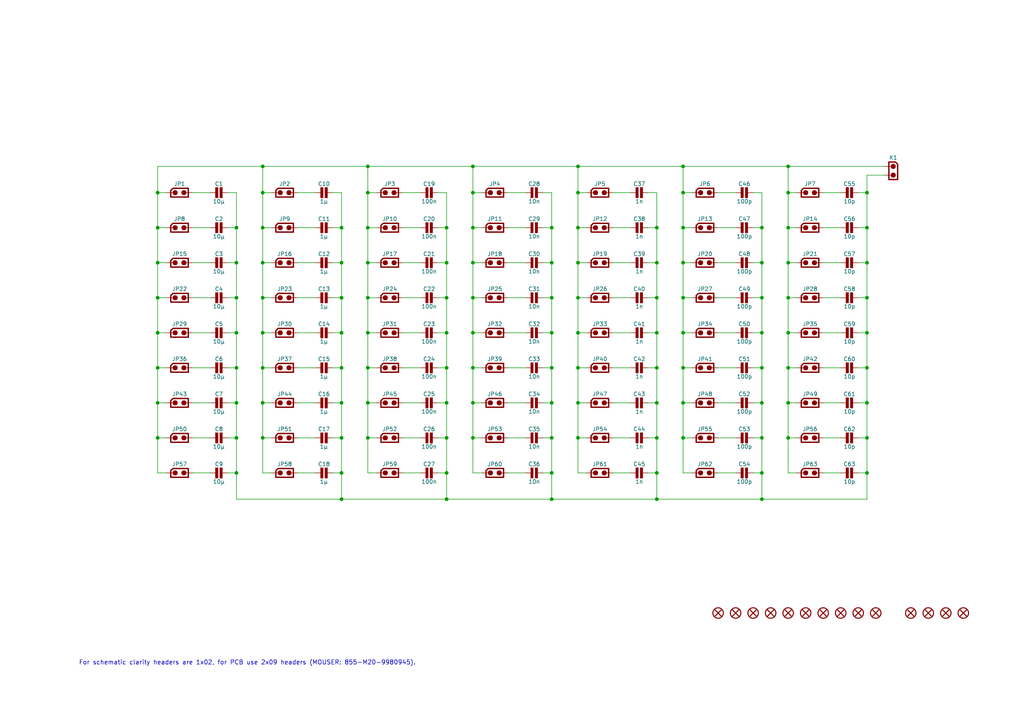
<source format=kicad_sch>
(kicad_sch (version 20211123) (generator eeschema)
  (paper "A4")
  (title_block (title "Capacitor Board") (date "01/2022") (rev "A"))
  (junction (at 251.46 76.2))
  (junction (at 190.5 137.16))
  (junction (at 129.54 86.36))
  (junction (at 160.02 144.78))
  (junction (at 190.5 144.78))
  (junction (at 167.64 127) (diameter 0.9144))
  (junction (at 167.64 116.84) (diameter 0.9144))
  (junction (at 190.5 66.04))
  (junction (at 76.2 76.2) (diameter 0.9144))
  (junction (at 228.6 116.84))
  (junction (at 167.64 66.04) (diameter 0.9144))
  (junction (at 45.72 76.2))
  (junction (at 68.58 66.04))
  (junction (at 99.06 116.84))
  (junction (at 68.58 116.84))
  (junction (at 68.58 86.36))
  (junction (at 220.98 116.84))
  (junction (at 99.06 66.04))
  (junction (at 251.46 127))
  (junction (at 106.68 76.2) (diameter 0.9144))
  (junction (at 251.46 106.68))
  (junction (at 190.5 127))
  (junction (at 251.46 86.36))
  (junction (at 220.98 76.2))
  (junction (at 45.72 96.52))
  (junction (at 160.02 66.04))
  (junction (at 129.54 66.04))
  (junction (at 190.5 96.52))
  (junction (at 99.06 76.2))
  (junction (at 160.02 127))
  (junction (at 129.54 106.68))
  (junction (at 137.16 116.84) (diameter 0.9144))
  (junction (at 129.54 144.78))
  (junction (at 160.02 116.84))
  (junction (at 99.06 86.36))
  (junction (at 45.72 66.04))
  (junction (at 45.72 116.84))
  (junction (at 160.02 106.68))
  (junction (at 68.58 127))
  (junction (at 99.06 137.16))
  (junction (at 129.54 116.84))
  (junction (at 251.46 55.88))
  (junction (at 76.2 66.04) (diameter 0.9144))
  (junction (at 198.12 127) (diameter 0.9144))
  (junction (at 68.58 137.16))
  (junction (at 220.98 96.52))
  (junction (at 220.98 144.78))
  (junction (at 106.68 116.84) (diameter 0.9144))
  (junction (at 76.2 116.84) (diameter 0.9144))
  (junction (at 228.6 106.68))
  (junction (at 228.6 86.36))
  (junction (at 167.64 76.2) (diameter 0.9144))
  (junction (at 160.02 96.52))
  (junction (at 76.2 106.68) (diameter 0.9144))
  (junction (at 129.54 127))
  (junction (at 220.98 66.04))
  (junction (at 228.6 76.2))
  (junction (at 99.06 127))
  (junction (at 251.46 116.84))
  (junction (at 106.68 127) (diameter 0.9144))
  (junction (at 137.16 127) (diameter 0.9144))
  (junction (at 76.2 86.36) (diameter 0.9144))
  (junction (at 106.68 106.68) (diameter 0.9144))
  (junction (at 167.64 55.88))
  (junction (at 137.16 66.04) (diameter 0.9144))
  (junction (at 228.6 96.52))
  (junction (at 228.6 127))
  (junction (at 198.12 116.84) (diameter 0.9144))
  (junction (at 99.06 106.68))
  (junction (at 198.12 96.52) (diameter 0.9144))
  (junction (at 190.5 76.2))
  (junction (at 76.2 48.26))
  (junction (at 198.12 76.2))
  (junction (at 167.64 106.68) (diameter 0.9144))
  (junction (at 160.02 76.2))
  (junction (at 45.72 55.88))
  (junction (at 220.98 106.68))
  (junction (at 45.72 127))
  (junction (at 137.16 96.52) (diameter 0.9144))
  (junction (at 129.54 76.2))
  (junction (at 129.54 96.52))
  (junction (at 68.58 76.2))
  (junction (at 45.72 106.68))
  (junction (at 137.16 48.26))
  (junction (at 190.5 116.84))
  (junction (at 137.16 106.68) (diameter 0.9144))
  (junction (at 198.12 106.68) (diameter 0.9144))
  (junction (at 137.16 55.88))
  (junction (at 228.6 66.04))
  (junction (at 167.64 48.26))
  (junction (at 251.46 66.04))
  (junction (at 137.16 86.36) (diameter 0.9144))
  (junction (at 129.54 137.16))
  (junction (at 198.12 66.04))
  (junction (at 106.68 86.36) (diameter 0.9144))
  (junction (at 228.6 48.26))
  (junction (at 220.98 86.36))
  (junction (at 251.46 96.52))
  (junction (at 198.12 86.36) (diameter 0.9144))
  (junction (at 167.64 96.52) (diameter 0.9144))
  (junction (at 160.02 86.36))
  (junction (at 228.6 55.88))
  (junction (at 106.68 55.88))
  (junction (at 76.2 96.52) (diameter 0.9144))
  (junction (at 106.68 66.04) (diameter 0.9144))
  (junction (at 76.2 55.88))
  (junction (at 99.06 96.52))
  (junction (at 68.58 96.52))
  (junction (at 68.58 106.68))
  (junction (at 198.12 48.26))
  (junction (at 45.72 86.36))
  (junction (at 167.64 86.36) (diameter 0.9144))
  (junction (at 251.46 137.16))
  (junction (at 190.5 106.68))
  (junction (at 220.98 137.16))
  (junction (at 198.12 55.88))
  (junction (at 106.68 48.26))
  (junction (at 99.06 144.78))
  (junction (at 76.2 127) (diameter 0.9144))
  (junction (at 160.02 137.16))
  (junction (at 190.5 86.36))
  (junction (at 220.98 127))
  (junction (at 137.16 76.2) (diameter 0.9144))
  (junction (at 106.68 96.52) (diameter 0.9144))
  (wire (pts (xy 147.32 96.52) (xy 152.4 96.52)))
  (wire (pts (xy 218.44 106.68) (xy 220.98 106.68)))
  (wire (pts (xy 137.16 86.36) (xy 139.7 86.36)))
  (wire (pts (xy 127 106.68) (xy 129.54 106.68)))
  (wire (pts (xy 129.54 66.04) (xy 129.54 76.2)))
  (wire (pts (xy 109.22 127) (xy 106.68 127)))
  (wire (pts (xy 129.54 116.84) (xy 129.54 127)))
  (wire (pts (xy 228.6 127) (xy 231.14 127)))
  (wire (pts (xy 106.68 66.04) (xy 109.22 66.04)))
  (wire (pts (xy 220.98 116.84) (xy 220.98 127)))
  (wire (pts (xy 228.6 76.2) (xy 228.6 86.36)))
  (wire (pts (xy 127 116.84) (xy 129.54 116.84)))
  (wire (pts (xy 160.02 127) (xy 160.02 137.16)))
  (wire (pts (xy 99.06 127) (xy 99.06 137.16)))
  (wire (pts (xy 228.6 106.68) (xy 231.14 106.68)))
  (wire (pts (xy 167.64 137.16) (xy 170.18 137.16)))
  (wire (pts (xy 228.6 106.68) (xy 228.6 116.84)))
  (wire (pts (xy 45.72 96.52) (xy 48.26 96.52)))
  (wire (pts (xy 238.76 106.68) (xy 243.84 106.68)))
  (wire (pts (xy 68.58 137.16) (xy 68.58 127)))
  (wire (pts (xy 251.46 127) (xy 251.46 116.84)))
  (wire (pts (xy 96.52 137.16) (xy 99.06 137.16)))
  (wire (pts (xy 96.52 96.52) (xy 99.06 96.52)))
  (wire (pts (xy 238.76 55.88) (xy 243.84 55.88)))
  (wire (pts (xy 55.88 116.84) (xy 60.96 116.84)))
  (wire (pts (xy 99.06 137.16) (xy 99.06 144.78)))
  (wire (pts (xy 99.06 144.78) (xy 129.54 144.78)))
  (wire (pts (xy 129.54 144.78) (xy 160.02 144.78)))
  (wire (pts (xy 160.02 144.78) (xy 190.5 144.78)))
  (wire (pts (xy 190.5 144.78) (xy 220.98 144.78)))
  (wire (pts (xy 190.5 55.88) (xy 190.5 66.04)))
  (wire (pts (xy 228.6 116.84) (xy 228.6 127)))
  (wire (pts (xy 238.76 116.84) (xy 243.84 116.84)))
  (wire (pts (xy 76.2 48.26) (xy 76.2 55.88)))
  (wire (pts (xy 106.68 48.26) (xy 76.2 48.26)))
  (wire (pts (xy 137.16 48.26) (xy 106.68 48.26)))
  (wire (pts (xy 167.64 48.26) (xy 137.16 48.26)))
  (wire (pts (xy 198.12 48.26) (xy 167.64 48.26)))
  (wire (pts (xy 256.54 48.26) (xy 228.6 48.26)))
  (wire (pts (xy 68.58 86.36) (xy 68.58 76.2)))
  (wire (pts (xy 106.68 106.68) (xy 106.68 96.52)))
  (wire (pts (xy 208.28 55.88) (xy 213.36 55.88)))
  (wire (pts (xy 160.02 137.16) (xy 160.02 144.78)))
  (wire (pts (xy 106.68 116.84) (xy 106.68 127)))
  (wire (pts (xy 96.52 127) (xy 99.06 127)))
  (wire (pts (xy 238.76 137.16) (xy 243.84 137.16)))
  (wire (pts (xy 167.64 76.2) (xy 170.18 76.2)))
  (wire (pts (xy 137.16 116.84) (xy 137.16 127)))
  (wire (pts (xy 147.32 137.16) (xy 152.4 137.16)))
  (wire (pts (xy 68.58 144.78) (xy 68.58 137.16)))
  (wire (pts (xy 68.58 55.88) (xy 66.04 55.88)))
  (wire (pts (xy 248.92 137.16) (xy 251.46 137.16)))
  (wire (pts (xy 238.76 96.52) (xy 243.84 96.52)))
  (wire (pts (xy 66.04 106.68) (xy 68.58 106.68)))
  (wire (pts (xy 137.16 96.52) (xy 139.7 96.52)))
  (wire (pts (xy 208.28 106.68) (xy 213.36 106.68)))
  (wire (pts (xy 218.44 66.04) (xy 220.98 66.04)))
  (wire (pts (xy 220.98 66.04) (xy 220.98 55.88)))
  (wire (pts (xy 190.5 66.04) (xy 190.5 76.2)))
  (wire (pts (xy 208.28 96.52) (xy 213.36 96.52)))
  (wire (pts (xy 106.68 76.2) (xy 109.22 76.2)))
  (wire (pts (xy 157.48 127) (xy 160.02 127)))
  (wire (pts (xy 66.04 127) (xy 68.58 127)))
  (wire (pts (xy 251.46 66.04) (xy 251.46 55.88)))
  (wire (pts (xy 190.5 137.16) (xy 190.5 144.78)))
  (wire (pts (xy 187.96 66.04) (xy 190.5 66.04)))
  (wire (pts (xy 106.68 86.36) (xy 106.68 76.2)))
  (wire (pts (xy 198.12 116.84) (xy 198.12 127)))
  (wire (pts (xy 228.6 66.04) (xy 231.14 66.04)))
  (wire (pts (xy 99.06 66.04) (xy 99.06 76.2)))
  (wire (pts (xy 187.96 96.52) (xy 190.5 96.52)))
  (wire (pts (xy 198.12 86.36) (xy 200.66 86.36)))
  (wire (pts (xy 228.6 127) (xy 228.6 137.16)))
  (wire (pts (xy 248.92 96.52) (xy 251.46 96.52)))
  (wire (pts (xy 208.28 137.16) (xy 213.36 137.16)))
  (wire (pts (xy 76.2 96.52) (xy 76.2 86.36)))
  (wire (pts (xy 129.54 106.68) (xy 129.54 116.84)))
  (wire (pts (xy 228.6 76.2) (xy 231.14 76.2)))
  (wire (pts (xy 220.98 66.04) (xy 220.98 76.2)))
  (wire (pts (xy 76.2 86.36) (xy 76.2 76.2)))
  (wire (pts (xy 198.12 66.04) (xy 198.12 76.2)))
  (wire (pts (xy 116.84 137.16) (xy 121.92 137.16)))
  (wire (pts (xy 190.5 96.52) (xy 190.5 106.68)))
  (wire (pts (xy 187.96 55.88) (xy 190.5 55.88)))
  (wire (pts (xy 96.52 76.2) (xy 99.06 76.2)))
  (wire (pts (xy 86.36 127) (xy 91.44 127)))
  (wire (pts (xy 106.68 76.2) (xy 106.68 66.04)))
  (wire (pts (xy 68.58 76.2) (xy 68.58 66.04)))
  (wire (pts (xy 76.2 55.88) (xy 78.74 55.88)))
  (wire (pts (xy 167.64 66.04) (xy 170.18 66.04)))
  (wire (pts (xy 127 127) (xy 129.54 127)))
  (wire (pts (xy 86.36 86.36) (xy 91.44 86.36)))
  (wire (pts (xy 187.96 116.84) (xy 190.5 116.84)))
  (wire (pts (xy 45.72 137.16) (xy 45.72 127)))
  (wire (pts (xy 45.72 55.88) (xy 45.72 48.26)))
  (wire (pts (xy 99.06 116.84) (xy 99.06 127)))
  (wire (pts (xy 228.6 55.88) (xy 231.14 55.88)))
  (wire (pts (xy 147.32 106.68) (xy 152.4 106.68)))
  (wire (pts (xy 157.48 76.2) (xy 160.02 76.2)))
  (wire (pts (xy 187.96 106.68) (xy 190.5 106.68)))
  (wire (pts (xy 190.5 76.2) (xy 190.5 86.36)))
  (wire (pts (xy 228.6 96.52) (xy 231.14 96.52)))
  (wire (pts (xy 137.16 86.36) (xy 137.16 76.2)))
  (wire (pts (xy 147.32 86.36) (xy 152.4 86.36)))
  (wire (pts (xy 137.16 66.04) (xy 137.16 55.88)))
  (wire (pts (xy 99.06 144.78) (xy 68.58 144.78)))
  (wire (pts (xy 157.48 116.84) (xy 160.02 116.84)))
  (wire (pts (xy 106.68 55.88) (xy 109.22 55.88)))
  (wire (pts (xy 86.36 116.84) (xy 91.44 116.84)))
  (wire (pts (xy 99.06 96.52) (xy 99.06 106.68)))
  (wire (pts (xy 228.6 66.04) (xy 228.6 76.2)))
  (wire (pts (xy 160.02 106.68) (xy 160.02 116.84)))
  (wire (pts (xy 198.12 137.16) (xy 200.66 137.16)))
  (wire (pts (xy 116.84 116.84) (xy 121.92 116.84)))
  (wire (pts (xy 248.92 127) (xy 251.46 127)))
  (wire (pts (xy 116.84 86.36) (xy 121.92 86.36)))
  (wire (pts (xy 66.04 86.36) (xy 68.58 86.36)))
  (wire (pts (xy 45.72 86.36) (xy 48.26 86.36)))
  (wire (pts (xy 129.54 96.52) (xy 129.54 106.68)))
  (wire (pts (xy 177.8 76.2) (xy 182.88 76.2)))
  (wire (pts (xy 220.98 144.78) (xy 251.46 144.78)))
  (wire (pts (xy 157.48 137.16) (xy 160.02 137.16)))
  (wire (pts (xy 238.76 66.04) (xy 243.84 66.04)))
  (wire (pts (xy 96.52 55.88) (xy 99.06 55.88)))
  (wire (pts (xy 129.54 127) (xy 129.54 137.16)))
  (wire (pts (xy 116.84 127) (xy 121.92 127)))
  (wire (pts (xy 187.96 76.2) (xy 190.5 76.2)))
  (wire (pts (xy 198.12 137.16) (xy 198.12 127)))
  (wire (pts (xy 160.02 76.2) (xy 160.02 86.36)))
  (wire (pts (xy 76.2 116.84) (xy 76.2 127)))
  (wire (pts (xy 55.88 127) (xy 60.96 127)))
  (wire (pts (xy 248.92 76.2) (xy 251.46 76.2)))
  (wire (pts (xy 177.8 127) (xy 182.88 127)))
  (wire (pts (xy 251.46 137.16) (xy 251.46 127)))
  (wire (pts (xy 45.72 116.84) (xy 45.72 106.68)))
  (wire (pts (xy 167.64 116.84) (xy 167.64 127)))
  (wire (pts (xy 170.18 127) (xy 167.64 127)))
  (wire (pts (xy 106.68 137.16) (xy 106.68 127)))
  (wire (pts (xy 99.06 76.2) (xy 99.06 86.36)))
  (wire (pts (xy 76.2 116.84) (xy 76.2 106.68)))
  (wire (pts (xy 220.98 76.2) (xy 220.98 86.36)))
  (wire (pts (xy 228.6 116.84) (xy 231.14 116.84)))
  (wire (pts (xy 167.64 106.68) (xy 170.18 106.68)))
  (wire (pts (xy 45.72 48.26) (xy 76.2 48.26)))
  (wire (pts (xy 137.16 55.88) (xy 139.7 55.88)))
  (wire (pts (xy 190.5 116.84) (xy 190.5 127)))
  (wire (pts (xy 218.44 137.16) (xy 220.98 137.16)))
  (wire (pts (xy 106.68 48.26) (xy 106.68 55.88)))
  (wire (pts (xy 220.98 137.16) (xy 220.98 144.78)))
  (wire (pts (xy 251.46 86.36) (xy 251.46 76.2)))
  (wire (pts (xy 137.16 137.16) (xy 139.7 137.16)))
  (wire (pts (xy 76.2 66.04) (xy 76.2 55.88)))
  (wire (pts (xy 86.36 55.88) (xy 91.44 55.88)))
  (wire (pts (xy 208.28 86.36) (xy 213.36 86.36)))
  (wire (pts (xy 68.58 66.04) (xy 68.58 55.88)))
  (wire (pts (xy 127 66.04) (xy 129.54 66.04)))
  (wire (pts (xy 160.02 116.84) (xy 160.02 127)))
  (wire (pts (xy 200.66 116.84) (xy 198.12 116.84)))
  (wire (pts (xy 45.72 106.68) (xy 48.26 106.68)))
  (wire (pts (xy 55.88 76.2) (xy 60.96 76.2)))
  (wire (pts (xy 198.12 116.84) (xy 198.12 106.68)))
  (wire (pts (xy 137.16 116.84) (xy 137.16 106.68)))
  (wire (pts (xy 45.72 76.2) (xy 45.72 66.04)))
  (wire (pts (xy 76.2 86.36) (xy 78.74 86.36)))
  (wire (pts (xy 147.32 127) (xy 152.4 127)))
  (wire (pts (xy 167.64 48.26) (xy 167.64 55.88)))
  (wire (pts (xy 198.12 48.26) (xy 198.12 55.88)))
  (wire (pts (xy 147.32 55.88) (xy 152.4 55.88)))
  (wire (pts (xy 177.8 106.68) (xy 182.88 106.68)))
  (wire (pts (xy 66.04 76.2) (xy 68.58 76.2)))
  (wire (pts (xy 160.02 66.04) (xy 160.02 76.2)))
  (wire (pts (xy 129.54 76.2) (xy 129.54 86.36)))
  (wire (pts (xy 167.64 137.16) (xy 167.64 127)))
  (wire (pts (xy 220.98 127) (xy 220.98 137.16)))
  (wire (pts (xy 208.28 76.2) (xy 213.36 76.2)))
  (wire (pts (xy 116.84 66.04) (xy 121.92 66.04)))
  (wire (pts (xy 68.58 116.84) (xy 68.58 106.68)))
  (wire (pts (xy 106.68 106.68) (xy 109.22 106.68)))
  (wire (pts (xy 99.06 106.68) (xy 99.06 116.84)))
  (wire (pts (xy 68.58 127) (xy 68.58 116.84)))
  (wire (pts (xy 55.88 55.88) (xy 60.96 55.88)))
  (wire (pts (xy 218.44 55.88) (xy 220.98 55.88)))
  (wire (pts (xy 55.88 96.52) (xy 60.96 96.52)))
  (wire (pts (xy 106.68 86.36) (xy 109.22 86.36)))
  (wire (pts (xy 55.88 106.68) (xy 60.96 106.68)))
  (wire (pts (xy 116.84 106.68) (xy 121.92 106.68)))
  (wire (pts (xy 198.12 55.88) (xy 200.66 55.88)))
  (wire (pts (xy 76.2 137.16) (xy 76.2 127)))
  (wire (pts (xy 218.44 116.84) (xy 220.98 116.84)))
  (wire (pts (xy 106.68 66.04) (xy 106.68 55.88)))
  (wire (pts (xy 198.12 96.52) (xy 198.12 86.36)))
  (wire (pts (xy 76.2 76.2) (xy 76.2 66.04)))
  (wire (pts (xy 200.66 127) (xy 198.12 127)))
  (wire (pts (xy 137.16 66.04) (xy 139.7 66.04)))
  (wire (pts (xy 45.72 76.2) (xy 48.26 76.2)))
  (wire (pts (xy 86.36 137.16) (xy 91.44 137.16)))
  (wire (pts (xy 187.96 127) (xy 190.5 127)))
  (wire (pts (xy 251.46 144.78) (xy 251.46 137.16)))
  (wire (pts (xy 129.54 137.16) (xy 129.54 144.78)))
  (wire (pts (xy 99.06 55.88) (xy 99.06 66.04)))
  (wire (pts (xy 157.48 106.68) (xy 160.02 106.68)))
  (wire (pts (xy 198.12 96.52) (xy 200.66 96.52)))
  (wire (pts (xy 78.74 116.84) (xy 76.2 116.84)))
  (wire (pts (xy 228.6 86.36) (xy 231.14 86.36)))
  (wire (pts (xy 76.2 76.2) (xy 78.74 76.2)))
  (wire (pts (xy 76.2 96.52) (xy 78.74 96.52)))
  (wire (pts (xy 147.32 76.2) (xy 152.4 76.2)))
  (wire (pts (xy 220.98 96.52) (xy 220.98 106.68)))
  (wire (pts (xy 86.36 76.2) (xy 91.44 76.2)))
  (wire (pts (xy 127 76.2) (xy 129.54 76.2)))
  (wire (pts (xy 187.96 86.36) (xy 190.5 86.36)))
  (wire (pts (xy 177.8 96.52) (xy 182.88 96.52)))
  (wire (pts (xy 218.44 127) (xy 220.98 127)))
  (wire (pts (xy 45.72 66.04) (xy 45.72 55.88)))
  (wire (pts (xy 66.04 66.04) (xy 68.58 66.04)))
  (wire (pts (xy 157.48 96.52) (xy 160.02 96.52)))
  (wire (pts (xy 251.46 116.84) (xy 251.46 106.68)))
  (wire (pts (xy 248.92 86.36) (xy 251.46 86.36)))
  (wire (pts (xy 198.12 86.36) (xy 198.12 76.2)))
  (wire (pts (xy 137.16 96.52) (xy 137.16 86.36)))
  (wire (pts (xy 137.16 76.2) (xy 139.7 76.2)))
  (wire (pts (xy 137.16 137.16) (xy 137.16 127)))
  (wire (pts (xy 147.32 116.84) (xy 152.4 116.84)))
  (wire (pts (xy 106.68 96.52) (xy 109.22 96.52)))
  (wire (pts (xy 116.84 76.2) (xy 121.92 76.2)))
  (wire (pts (xy 76.2 106.68) (xy 76.2 96.52)))
  (wire (pts (xy 99.06 86.36) (xy 99.06 96.52)))
  (wire (pts (xy 248.92 55.88) (xy 251.46 55.88)))
  (wire (pts (xy 251.46 106.68) (xy 251.46 96.52)))
  (wire (pts (xy 177.8 86.36) (xy 182.88 86.36)))
  (wire (pts (xy 66.04 137.16) (xy 68.58 137.16)))
  (wire (pts (xy 208.28 116.84) (xy 213.36 116.84)))
  (wire (pts (xy 137.16 116.84) (xy 139.7 116.84)))
  (wire (pts (xy 187.96 137.16) (xy 190.5 137.16)))
  (wire (pts (xy 116.84 96.52) (xy 121.92 96.52)))
  (wire (pts (xy 220.98 86.36) (xy 220.98 96.52)))
  (wire (pts (xy 251.46 55.88) (xy 251.46 50.8)))
  (wire (pts (xy 167.64 66.04) (xy 167.64 55.88)))
  (wire (pts (xy 167.64 76.2) (xy 167.64 66.04)))
  (wire (pts (xy 167.64 86.36) (xy 167.64 76.2)))
  (wire (pts (xy 167.64 96.52) (xy 167.64 86.36)))
  (wire (pts (xy 167.64 106.68) (xy 167.64 96.52)))
  (wire (pts (xy 167.64 116.84) (xy 167.64 106.68)))
  (wire (pts (xy 170.18 116.84) (xy 167.64 116.84)))
  (wire (pts (xy 86.36 106.68) (xy 91.44 106.68)))
  (wire (pts (xy 137.16 106.68) (xy 137.16 96.52)))
  (wire (pts (xy 218.44 76.2) (xy 220.98 76.2)))
  (wire (pts (xy 96.52 116.84) (xy 99.06 116.84)))
  (wire (pts (xy 160.02 96.52) (xy 160.02 106.68)))
  (wire (pts (xy 109.22 116.84) (xy 106.68 116.84)))
  (wire (pts (xy 238.76 86.36) (xy 243.84 86.36)))
  (wire (pts (xy 190.5 86.36) (xy 190.5 96.52)))
  (wire (pts (xy 96.52 86.36) (xy 99.06 86.36)))
  (wire (pts (xy 167.64 86.36) (xy 170.18 86.36)))
  (wire (pts (xy 68.58 106.68) (xy 68.58 96.52)))
  (wire (pts (xy 248.92 106.68) (xy 251.46 106.68)))
  (wire (pts (xy 157.48 86.36) (xy 160.02 86.36)))
  (wire (pts (xy 220.98 106.68) (xy 220.98 116.84)))
  (wire (pts (xy 45.72 86.36) (xy 45.72 76.2)))
  (wire (pts (xy 127 55.88) (xy 129.54 55.88)))
  (wire (pts (xy 129.54 55.88) (xy 129.54 66.04)))
  (wire (pts (xy 228.6 48.26) (xy 198.12 48.26)))
  (wire (pts (xy 45.72 116.84) (xy 48.26 116.84)))
  (wire (pts (xy 177.8 116.84) (xy 182.88 116.84)))
  (wire (pts (xy 251.46 50.8) (xy 256.54 50.8)))
  (wire (pts (xy 198.12 106.68) (xy 200.66 106.68)))
  (wire (pts (xy 218.44 96.52) (xy 220.98 96.52)))
  (wire (pts (xy 86.36 96.52) (xy 91.44 96.52)))
  (wire (pts (xy 78.74 127) (xy 76.2 127)))
  (wire (pts (xy 248.92 116.84) (xy 251.46 116.84)))
  (wire (pts (xy 137.16 127) (xy 139.7 127)))
  (wire (pts (xy 228.6 137.16) (xy 231.14 137.16)))
  (wire (pts (xy 198.12 76.2) (xy 200.66 76.2)))
  (wire (pts (xy 55.88 86.36) (xy 60.96 86.36)))
  (wire (pts (xy 106.68 96.52) (xy 106.68 86.36)))
  (wire (pts (xy 45.72 66.04) (xy 48.26 66.04)))
  (wire (pts (xy 167.64 96.52) (xy 170.18 96.52)))
  (wire (pts (xy 106.68 116.84) (xy 106.68 106.68)))
  (wire (pts (xy 208.28 127) (xy 213.36 127)))
  (wire (pts (xy 45.72 55.88) (xy 48.26 55.88)))
  (wire (pts (xy 76.2 66.04) (xy 78.74 66.04)))
  (wire (pts (xy 198.12 66.04) (xy 198.12 55.88)))
  (wire (pts (xy 137.16 106.68) (xy 139.7 106.68)))
  (wire (pts (xy 45.72 96.52) (xy 45.72 86.36)))
  (wire (pts (xy 248.92 66.04) (xy 251.46 66.04)))
  (wire (pts (xy 228.6 86.36) (xy 228.6 96.52)))
  (wire (pts (xy 218.44 86.36) (xy 220.98 86.36)))
  (wire (pts (xy 177.8 66.04) (xy 182.88 66.04)))
  (wire (pts (xy 228.6 96.52) (xy 228.6 106.68)))
  (wire (pts (xy 96.52 66.04) (xy 99.06 66.04)))
  (wire (pts (xy 177.8 137.16) (xy 182.88 137.16)))
  (wire (pts (xy 190.5 106.68) (xy 190.5 116.84)))
  (wire (pts (xy 48.26 137.16) (xy 45.72 137.16)))
  (wire (pts (xy 190.5 127) (xy 190.5 137.16)))
  (wire (pts (xy 55.88 66.04) (xy 60.96 66.04)))
  (wire (pts (xy 66.04 116.84) (xy 68.58 116.84)))
  (wire (pts (xy 66.04 96.52) (xy 68.58 96.52)))
  (wire (pts (xy 76.2 106.68) (xy 78.74 106.68)))
  (wire (pts (xy 228.6 55.88) (xy 228.6 66.04)))
  (wire (pts (xy 147.32 66.04) (xy 152.4 66.04)))
  (wire (pts (xy 137.16 76.2) (xy 137.16 66.04)))
  (wire (pts (xy 238.76 127) (xy 243.84 127)))
  (wire (pts (xy 177.8 55.88) (xy 182.88 55.88)))
  (wire (pts (xy 116.84 55.88) (xy 121.92 55.88)))
  (wire (pts (xy 198.12 106.68) (xy 198.12 96.52)))
  (wire (pts (xy 208.28 66.04) (xy 213.36 66.04)))
  (wire (pts (xy 160.02 55.88) (xy 160.02 66.04)))
  (wire (pts (xy 68.58 96.52) (xy 68.58 86.36)))
  (wire (pts (xy 251.46 76.2) (xy 251.46 66.04)))
  (wire (pts (xy 45.72 127) (xy 45.72 116.84)))
  (wire (pts (xy 129.54 86.36) (xy 129.54 96.52)))
  (wire (pts (xy 76.2 137.16) (xy 78.74 137.16)))
  (wire (pts (xy 45.72 127) (xy 48.26 127)))
  (wire (pts (xy 251.46 96.52) (xy 251.46 86.36)))
  (wire (pts (xy 228.6 48.26) (xy 228.6 55.88)))
  (wire (pts (xy 167.64 55.88) (xy 170.18 55.88)))
  (wire (pts (xy 157.48 55.88) (xy 160.02 55.88)))
  (wire (pts (xy 127 86.36) (xy 129.54 86.36)))
  (wire (pts (xy 238.76 76.2) (xy 243.84 76.2)))
  (wire (pts (xy 137.16 48.26) (xy 137.16 55.88)))
  (wire (pts (xy 127 137.16) (xy 129.54 137.16)))
  (wire (pts (xy 160.02 86.36) (xy 160.02 96.52)))
  (wire (pts (xy 198.12 66.04) (xy 200.66 66.04)))
  (wire (pts (xy 96.52 106.68) (xy 99.06 106.68)))
  (wire (pts (xy 55.88 137.16) (xy 60.96 137.16)))
  (wire (pts (xy 157.48 66.04) (xy 160.02 66.04)))
  (wire (pts (xy 106.68 137.16) (xy 109.22 137.16)))
  (wire (pts (xy 127 96.52) (xy 129.54 96.52)))
  (wire (pts (xy 45.72 106.68) (xy 45.72 96.52)))
  (wire (pts (xy 86.36 66.04) (xy 91.44 66.04)))
  (text "For schematic clarity headers are 1x02, for PCB use 2x09 headers (MOUSER: 855-M20-9980945)." (at 22.86 193.04 0) (effects (font (size 1.27 1.27)) (justify left bottom)))
  (symbol (lib_id "tronixio:C-1206") (at 93.98 116.84 90) (unit 1)
    (property "Reference" "C16" (at 93.98 114.3 90) (effects (font (size 1.15 1.15))))
    (property "Value" "1µ" (at 93.98 119.38 90) (effects (font (size 1.15 1.15))))
    (property "Footprint" "tronixio:CAPACITOR-1206" (effects hide))
    (property "Mouser" "581-12063C105JAT2A" (effects hide))
  )
  (symbol (lib_id "tronixio:C-1206") (at 246.38 116.84 90) (unit 1)
    (property "Reference" "C61" (at 246.38 114.3 90) (effects (font (size 1.15 1.15))))
    (property "Value" "10p" (at 246.38 119.38 90) (effects (font (size 1.15 1.15))))
    (property "Footprint" "tronixio:CAPACITOR-1206" (effects hide))
    (property "Mouser" "80-C1206C100J5GACTU" (effects hide))
  )
  (symbol (lib_id "tronixio:HARWIN-254-M-1X02-JUMPER-VERTICAL") (at 172.72 86.36 90) (unit 1)
    (property "Reference" "JP26" (at 173.99 83.82 90) (effects (font (size 1.15 1.15))))
    (property "Value" "HARWIN-254-M-1X02-JUMPER-VERTICAL" (effects hide))
    (property "Footprint" "tronixio:HARWIN-M20-999024x" (effects hide))
    (property "Datasheet" "https://www.harwin.com/products/M20-9990846/" (effects hide))
    (property "Mouser" "855-M20-999024" (effects hide))
  )
  (symbol (lib_id "tronixio:C-1206") (at 63.5 96.52 90) (unit 1)
    (property "Reference" "C5" (at 63.5 93.98 90) (effects (font (size 1.15 1.15))))
    (property "Value" "10µ" (at 63.5 99.06 90) (effects (font (size 1.15 1.15))))
    (property "Footprint" "tronixio:CAPACITOR-1206" (effects hide))
    (property "Mouser" "80-C1206X106J3R" (effects hide))
  )
  (symbol (lib_id "tronixio:C-1206") (at 124.46 86.36 90) (unit 1)
    (property "Reference" "C22" (at 124.46 83.82 90) (effects (font (size 1.15 1.15))))
    (property "Value" "100n" (at 124.46 88.9 90) (effects (font (size 1.15 1.15))))
    (property "Footprint" "tronixio:CAPACITOR-1206" (effects hide))
    (property "Mouser" "581-12063C104JAT2A" (effects hide))
  )
  (symbol (lib_id "tronixio:C-1206") (at 246.38 127 90) (unit 1)
    (property "Reference" "C62" (at 246.38 124.46 90) (effects (font (size 1.15 1.15))))
    (property "Value" "10p" (at 246.38 129.54 90) (effects (font (size 1.15 1.15))))
    (property "Footprint" "tronixio:CAPACITOR-1206" (effects hide))
    (property "Mouser" "80-C1206C100J5GACTU" (effects hide))
  )
  (symbol (lib_id "tronixio:C-1206") (at 63.5 55.88 90) (unit 1)
    (property "Reference" "C1" (at 63.5 53.34 90) (effects (font (size 1.15 1.15))))
    (property "Value" "10µ" (at 63.5 58.42 90) (effects (font (size 1.15 1.15))))
    (property "Footprint" "tronixio:CAPACITOR-1206" (effects hide))
    (property "Mouser" "80-C1206X106J3R" (effects hide))
  )
  (symbol (lib_id "tronixio:C-1206") (at 124.46 116.84 90) (unit 1)
    (property "Reference" "C25" (at 124.46 114.3 90) (effects (font (size 1.15 1.15))))
    (property "Value" "100n" (at 124.46 119.38 90) (effects (font (size 1.15 1.15))))
    (property "Footprint" "tronixio:CAPACITOR-1206" (effects hide))
    (property "Mouser" "581-12063C104JAT2A" (effects hide))
  )
  (symbol (lib_id "tronixio:HARWIN-254-M-1X02-JUMPER-VERTICAL") (at 142.24 127 90) (unit 1)
    (property "Reference" "JP53" (at 143.51 124.46 90) (effects (font (size 1.15 1.15))))
    (property "Value" "HARWIN-254-M-1X02-JUMPER-VERTICAL" (effects hide))
    (property "Footprint" "tronixio:HARWIN-M20-999024x" (effects hide))
    (property "Datasheet" "https://www.harwin.com/products/M20-9990846/" (effects hide))
    (property "Mouser" "855-M20-999024" (effects hide))
  )
  (symbol (lib_id "tronixio:HARWIN-254-M-1X02-JUMPER-VERTICAL") (at 233.68 127 90) (unit 1)
    (property "Reference" "JP56" (at 234.95 124.46 90) (effects (font (size 1.15 1.15))))
    (property "Value" "HARWIN-254-M-1X02-JUMPER-VERTICAL" (effects hide))
    (property "Footprint" "tronixio:HARWIN-M20-999024x" (effects hide))
    (property "Datasheet" "https://www.harwin.com/products/M20-9990846/" (effects hide))
    (property "Mouser" "855-M20-999024" (effects hide))
  )
  (symbol (lib_id "tronixio:C-1206") (at 215.9 116.84 90) (unit 1)
    (property "Reference" "C52" (at 215.9 114.3 90) (effects (font (size 1.15 1.15))))
    (property "Value" "100p" (at 215.9 119.38 90) (effects (font (size 1.15 1.15))))
    (property "Footprint" "tronixio:CAPACITOR-1206" (effects hide))
    (property "Mouser" "581-12061C101JAT2A" (effects hide))
  )
  (symbol (lib_id "tronixio:HARWIN-254-M-1X02-JUMPER-VERTICAL") (at 142.24 86.36 90) (unit 1)
    (property "Reference" "JP25" (at 143.51 83.82 90) (effects (font (size 1.15 1.15))))
    (property "Value" "HARWIN-254-M-1X02-JUMPER-VERTICAL" (effects hide))
    (property "Footprint" "tronixio:HARWIN-M20-999024x" (effects hide))
    (property "Datasheet" "https://www.harwin.com/products/M20-9990846/" (effects hide))
    (property "Mouser" "855-M20-999024" (effects hide))
  )
  (symbol (lib_id "tronixio:HARWIN-JUMPER-0254-14MM-BLACK") (at 223.52 177.8 0) (unit 1)
    (property "Reference" "JP67" (effects hide))
    (property "Value" "HARWIN-JUMPER-0254-14MM-BLACK" (effects hide))
    (property "Footprint" "tronixio:HARWIN-M20-7680-7683" (effects hide))
    (property "Datasheet" "https://cdn.harwin.com/pdfs/M7680-M7683.pdf" (effects hide))
    (property "Mouser" "855-M7682" (effects hide))
  )
  (symbol (lib_id "tronixio:C-1206") (at 154.94 106.68 90) (unit 1)
    (property "Reference" "C33" (at 154.94 104.14 90) (effects (font (size 1.15 1.15))))
    (property "Value" "10n" (at 154.94 109.22 90) (effects (font (size 1.15 1.15))))
    (property "Footprint" "tronixio:CAPACITOR-1206" (effects hide))
    (property "Mouser" "581-12063C103JAT2A" (effects hide))
  )
  (symbol (lib_id "tronixio:HARWIN-254-M-1X02-JUMPER-VERTICAL") (at 233.68 66.04 90) (unit 1)
    (property "Reference" "JP14" (at 234.95 63.5 90) (effects (font (size 1.15 1.15))))
    (property "Value" "HARWIN-254-M-1X02-JUMPER-VERTICAL" (effects hide))
    (property "Footprint" "tronixio:HARWIN-M20-999024x" (effects hide))
    (property "Datasheet" "https://www.harwin.com/products/M20-9990846/" (effects hide))
    (property "Mouser" "855-M20-999024" (effects hide))
  )
  (symbol (lib_id "tronixio:HARWIN-254-M-1X02-JUMPER-VERTICAL") (at 111.76 116.84 90) (unit 1)
    (property "Reference" "JP45" (at 113.03 114.3 90) (effects (font (size 1.15 1.15))))
    (property "Value" "HARWIN-254-M-1X02-JUMPER-VERTICAL" (effects hide))
    (property "Footprint" "tronixio:HARWIN-M20-999024x" (effects hide))
    (property "Datasheet" "https://www.harwin.com/products/M20-9990846/" (effects hide))
    (property "Mouser" "855-M20-999024" (effects hide))
  )
  (symbol (lib_id "tronixio:HARWIN-254-M-1X02-JUMPER-VERTICAL") (at 203.2 55.88 90) (unit 1)
    (property "Reference" "JP6" (at 204.47 53.34 90) (effects (font (size 1.15 1.15))))
    (property "Value" "HARWIN-254-M-1X02-JUMPER-VERTICAL" (effects hide))
    (property "Footprint" "tronixio:HARWIN-M20-999024x" (effects hide))
    (property "Datasheet" "https://www.harwin.com/products/M20-9990846/" (effects hide))
    (property "Mouser" "855-M20-999024" (effects hide))
  )
  (symbol (lib_id "tronixio:HARWIN-254-M-1X02-JUMPER-VERTICAL") (at 172.72 116.84 90) (unit 1)
    (property "Reference" "JP47" (at 173.99 114.3 90) (effects (font (size 1.15 1.15))))
    (property "Value" "HARWIN-254-M-1X02-JUMPER-VERTICAL" (effects hide))
    (property "Footprint" "tronixio:HARWIN-M20-999024x" (effects hide))
    (property "Datasheet" "https://www.harwin.com/products/M20-9990846/" (effects hide))
    (property "Mouser" "855-M20-999024" (effects hide))
  )
  (symbol (lib_id "tronixio:HARWIN-254-M-1X02-JUMPER-VERTICAL") (at 142.24 55.88 90) (unit 1)
    (property "Reference" "JP4" (at 143.51 53.34 90) (effects (font (size 1.15 1.15))))
    (property "Value" "HARWIN-254-M-1X02-JUMPER-VERTICAL" (effects hide))
    (property "Footprint" "tronixio:HARWIN-M20-999024x" (effects hide))
    (property "Datasheet" "https://www.harwin.com/products/M20-9990846/" (effects hide))
    (property "Mouser" "855-M20-999024" (effects hide))
  )
  (symbol (lib_id "tronixio:HARWIN-254-M-1X02-JUMPER-VERTICAL") (at 203.2 116.84 90) (unit 1)
    (property "Reference" "JP48" (at 204.47 114.3 90) (effects (font (size 1.15 1.15))))
    (property "Value" "HARWIN-254-M-1X02-JUMPER-VERTICAL" (effects hide))
    (property "Footprint" "tronixio:HARWIN-M20-999024x" (effects hide))
    (property "Datasheet" "https://www.harwin.com/products/M20-9990846/" (effects hide))
    (property "Mouser" "855-M20-999024" (effects hide))
  )
  (symbol (lib_id "tronixio:C-1206") (at 154.94 127 90) (unit 1)
    (property "Reference" "C35" (at 154.94 124.46 90) (effects (font (size 1.15 1.15))))
    (property "Value" "10n" (at 154.94 129.54 90) (effects (font (size 1.15 1.15))))
    (property "Footprint" "tronixio:CAPACITOR-1206" (effects hide))
    (property "Mouser" "581-12063C103JAT2A" (effects hide))
  )
  (symbol (lib_id "tronixio:HARWIN-254-M-1X02-JUMPER-VERTICAL") (at 50.8 96.52 90) (unit 1)
    (property "Reference" "JP29" (at 52.07 93.98 90) (effects (font (size 1.15 1.15))))
    (property "Value" "HARWIN-254-M-1X02-JUMPER-VERTICAL" (effects hide))
    (property "Footprint" "tronixio:HARWIN-M20-999024x" (effects hide))
    (property "Datasheet" "https://www.harwin.com/products/M20-9990846/" (effects hide))
    (property "Mouser" "855-M20-999024" (effects hide))
  )
  (symbol (lib_id "tronixio:HARWIN-254-M-1X02-JUMPER-VERTICAL") (at 81.28 137.16 90) (unit 1)
    (property "Reference" "JP58" (at 82.55 134.62 90) (effects (font (size 1.15 1.15))))
    (property "Value" "HARWIN-254-M-1X02-JUMPER-VERTICAL" (effects hide))
    (property "Footprint" "tronixio:HARWIN-M20-999024x" (effects hide))
    (property "Datasheet" "https://www.harwin.com/products/M20-9990846/" (effects hide))
    (property "Mouser" "855-M20-999024" (effects hide))
  )
  (symbol (lib_id "tronixio:HARWIN-254-M-1X02-JUMPER-VERTICAL") (at 81.28 76.2 90) (unit 1)
    (property "Reference" "JP16" (at 82.55 73.66 90) (effects (font (size 1.15 1.15))))
    (property "Value" "HARWIN-254-M-1X02-JUMPER-VERTICAL" (effects hide))
    (property "Footprint" "tronixio:HARWIN-M20-999024x" (effects hide))
    (property "Datasheet" "https://www.harwin.com/products/M20-9990846/" (effects hide))
    (property "Mouser" "855-M20-999024" (effects hide))
  )
  (symbol (lib_id "tronixio:C-1206") (at 215.9 137.16 90) (unit 1)
    (property "Reference" "C54" (at 215.9 134.62 90) (effects (font (size 1.15 1.15))))
    (property "Value" "100p" (at 215.9 139.7 90) (effects (font (size 1.15 1.15))))
    (property "Footprint" "tronixio:CAPACITOR-1206" (effects hide))
    (property "Mouser" "581-12061C101JAT2A" (effects hide))
  )
  (symbol (lib_id "tronixio:C-1206") (at 185.42 127 90) (unit 1)
    (property "Reference" "C44" (at 185.42 124.46 90) (effects (font (size 1.15 1.15))))
    (property "Value" "1n" (at 185.42 129.54 90) (effects (font (size 1.15 1.15))))
    (property "Footprint" "tronixio:CAPACITOR-1206" (effects hide))
    (property "Mouser" "581-12063C102JAT2A" (effects hide))
  )
  (symbol (lib_id "tronixio:C-1206") (at 246.38 55.88 90) (unit 1)
    (property "Reference" "C55" (at 246.38 53.34 90) (effects (font (size 1.15 1.15))))
    (property "Value" "10p" (at 246.38 58.42 90) (effects (font (size 1.15 1.15))))
    (property "Footprint" "tronixio:CAPACITOR-1206" (effects hide))
    (property "Mouser" "80-C1206C100J5GACTU" (effects hide))
  )
  (symbol (lib_id "tronixio:C-1206") (at 185.42 106.68 90) (unit 1)
    (property "Reference" "C42" (at 185.42 104.14 90) (effects (font (size 1.15 1.15))))
    (property "Value" "1n" (at 185.42 109.22 90) (effects (font (size 1.15 1.15))))
    (property "Footprint" "tronixio:CAPACITOR-1206" (effects hide))
    (property "Mouser" "581-12063C102JAT2A" (effects hide))
  )
  (symbol (lib_id "tronixio:C-1206") (at 154.94 86.36 90) (unit 1)
    (property "Reference" "C31" (at 154.94 83.82 90) (effects (font (size 1.15 1.15))))
    (property "Value" "10n" (at 154.94 88.9 90) (effects (font (size 1.15 1.15))))
    (property "Footprint" "tronixio:CAPACITOR-1206" (effects hide))
    (property "Mouser" "581-12063C103JAT2A" (effects hide))
  )
  (symbol (lib_id "tronixio:HARWIN-254-M-1X02-JUMPER-VERTICAL") (at 142.24 76.2 90) (unit 1)
    (property "Reference" "JP18" (at 143.51 73.66 90) (effects (font (size 1.15 1.15))))
    (property "Value" "HARWIN-254-M-1X02-JUMPER-VERTICAL" (effects hide))
    (property "Footprint" "tronixio:HARWIN-M20-999024x" (effects hide))
    (property "Datasheet" "https://www.harwin.com/products/M20-9990846/" (effects hide))
    (property "Mouser" "855-M20-999024" (effects hide))
  )
  (symbol (lib_id "tronixio:KEYSTONE-9056") (at 264.16 177.8 0) (unit 1)
    (property "Reference" "H3" (effects hide))
    (property "Value" "KEYSTONE-9056" (effects hide))
    (property "Footprint" "tronixio:KEYSTONE-9056" (effects hide))
    (property "Datasheet" "https://www.keyelco.com/product-pdf.cfm?p=9757" (effects hide))
    (property "Mouser" "534-9056" (effects hide))
  )
  (symbol (lib_id "tronixio:C-1206") (at 185.42 66.04 90) (unit 1)
    (property "Reference" "C38" (at 185.42 63.5 90) (effects (font (size 1.15 1.15))))
    (property "Value" "1n" (at 185.42 68.58 90) (effects (font (size 1.15 1.15))))
    (property "Footprint" "tronixio:CAPACITOR-1206" (effects hide))
    (property "Mouser" "581-12063C102JAT2A" (effects hide))
  )
  (symbol (lib_id "tronixio:C-1206") (at 154.94 116.84 90) (unit 1)
    (property "Reference" "C34" (at 154.94 114.3 90) (effects (font (size 1.15 1.15))))
    (property "Value" "10n" (at 154.94 119.38 90) (effects (font (size 1.15 1.15))))
    (property "Footprint" "tronixio:CAPACITOR-1206" (effects hide))
    (property "Mouser" "581-12063C103JAT2A" (effects hide))
  )
  (symbol (lib_id "tronixio:HARWIN-254-M-1X02-JUMPER-VERTICAL") (at 233.68 96.52 90) (unit 1)
    (property "Reference" "JP35" (at 234.95 93.98 90) (effects (font (size 1.15 1.15))))
    (property "Value" "HARWIN-254-M-1X02-JUMPER-VERTICAL" (effects hide))
    (property "Footprint" "tronixio:HARWIN-M20-999024x" (effects hide))
    (property "Datasheet" "https://www.harwin.com/products/M20-9990846/" (effects hide))
    (property "Mouser" "855-M20-999024" (effects hide))
  )
  (symbol (lib_id "tronixio:C-1206") (at 63.5 106.68 90) (unit 1)
    (property "Reference" "C6" (at 63.5 104.14 90) (effects (font (size 1.15 1.15))))
    (property "Value" "10µ" (at 63.5 109.22 90) (effects (font (size 1.15 1.15))))
    (property "Footprint" "tronixio:CAPACITOR-1206" (effects hide))
    (property "Mouser" "80-C1206X106J3R" (effects hide))
  )
  (symbol (lib_id "tronixio:HARWIN-JUMPER-0254-14MM-BLACK") (at 213.36 177.8 0) (unit 1)
    (property "Reference" "JP65" (effects hide))
    (property "Value" "HARWIN-JUMPER-0254-14MM-BLACK" (effects hide))
    (property "Footprint" "tronixio:HARWIN-M20-7680-7683" (effects hide))
    (property "Datasheet" "https://cdn.harwin.com/pdfs/M7680-M7683.pdf" (effects hide))
    (property "Mouser" "855-M7682" (effects hide))
  )
  (symbol (lib_id "tronixio:HARWIN-254-M-1X02-JUMPER-VERTICAL") (at 111.76 96.52 90) (unit 1)
    (property "Reference" "JP31" (at 113.03 93.98 90) (effects (font (size 1.15 1.15))))
    (property "Value" "HARWIN-254-M-1X02-JUMPER-VERTICAL" (effects hide))
    (property "Footprint" "tronixio:HARWIN-M20-999024x" (effects hide))
    (property "Datasheet" "https://www.harwin.com/products/M20-9990846/" (effects hide))
    (property "Mouser" "855-M20-999024" (effects hide))
  )
  (symbol (lib_id "tronixio:C-1206") (at 124.46 66.04 90) (unit 1)
    (property "Reference" "C20" (at 124.46 63.5 90) (effects (font (size 1.15 1.15))))
    (property "Value" "100n" (at 124.46 68.58 90) (effects (font (size 1.15 1.15))))
    (property "Footprint" "tronixio:CAPACITOR-1206" (effects hide))
    (property "Mouser" "581-12063C104JAT2A" (effects hide))
  )
  (symbol (lib_id "tronixio:C-1206") (at 154.94 96.52 90) (unit 1)
    (property "Reference" "C32" (at 154.94 93.98 90) (effects (font (size 1.15 1.15))))
    (property "Value" "10n" (at 154.94 99.06 90) (effects (font (size 1.15 1.15))))
    (property "Footprint" "tronixio:CAPACITOR-1206" (effects hide))
    (property "Mouser" "581-12063C103JAT2A" (effects hide))
  )
  (symbol (lib_id "tronixio:HARWIN-254-M-1X02-JUMPER-VERTICAL") (at 50.8 137.16 90) (unit 1)
    (property "Reference" "JP57" (at 52.07 134.62 90) (effects (font (size 1.15 1.15))))
    (property "Value" "HARWIN-254-M-1X02-JUMPER-VERTICAL" (effects hide))
    (property "Footprint" "tronixio:HARWIN-M20-999024x" (effects hide))
    (property "Datasheet" "https://www.harwin.com/products/M20-9990846/" (effects hide))
    (property "Mouser" "855-M20-999024" (effects hide))
  )
  (symbol (lib_id "tronixio:HARWIN-254-M-1X02-JUMPER-VERTICAL") (at 172.72 106.68 90) (unit 1)
    (property "Reference" "JP40" (at 173.99 104.14 90) (effects (font (size 1.15 1.15))))
    (property "Value" "HARWIN-254-M-1X02-JUMPER-VERTICAL" (effects hide))
    (property "Footprint" "tronixio:HARWIN-M20-999024x" (effects hide))
    (property "Datasheet" "https://www.harwin.com/products/M20-9990846/" (effects hide))
    (property "Mouser" "855-M20-999024" (effects hide))
  )
  (symbol (lib_id "tronixio:C-1206") (at 185.42 137.16 90) (unit 1)
    (property "Reference" "C45" (at 185.42 134.62 90) (effects (font (size 1.15 1.15))))
    (property "Value" "1n" (at 185.42 139.7 90) (effects (font (size 1.15 1.15))))
    (property "Footprint" "tronixio:CAPACITOR-1206" (effects hide))
    (property "Mouser" "581-12063C102JAT2A" (effects hide))
  )
  (symbol (lib_id "tronixio:HARWIN-JUMPER-0254-14MM-BLACK") (at 208.28 177.8 0) (unit 1)
    (property "Reference" "JP64" (effects hide))
    (property "Value" "HARWIN-JUMPER-0254-14MM-BLACK" (effects hide))
    (property "Footprint" "tronixio:HARWIN-M20-7680-7683" (effects hide))
    (property "Datasheet" "https://cdn.harwin.com/pdfs/M7680-M7683.pdf" (effects hide))
    (property "Mouser" "855-M7682" (effects hide))
  )
  (symbol (lib_id "tronixio:HARWIN-254-M-1X02-JUMPER-VERTICAL") (at 81.28 55.88 90) (unit 1)
    (property "Reference" "JP2" (at 82.55 53.34 90) (effects (font (size 1.15 1.15))))
    (property "Value" "HARWIN-254-M-1X02-JUMPER-VERTICAL" (effects hide))
    (property "Footprint" "tronixio:HARWIN-M20-999024x" (effects hide))
    (property "Datasheet" "https://www.harwin.com/products/M20-9990846/" (effects hide))
    (property "Mouser" "855-M20-999024" (effects hide))
  )
  (symbol (lib_id "tronixio:C-1206") (at 93.98 96.52 90) (unit 1)
    (property "Reference" "C14" (at 93.98 93.98 90) (effects (font (size 1.15 1.15))))
    (property "Value" "1µ" (at 93.98 99.06 90) (effects (font (size 1.15 1.15))))
    (property "Footprint" "tronixio:CAPACITOR-1206" (effects hide))
    (property "Mouser" "581-12063C105JAT2A" (effects hide))
  )
  (symbol (lib_id "tronixio:HARWIN-254-M-1X02-JUMPER-VERTICAL") (at 111.76 137.16 90) (unit 1)
    (property "Reference" "JP59" (at 113.03 134.62 90) (effects (font (size 1.15 1.15))))
    (property "Value" "HARWIN-254-M-1X02-JUMPER-VERTICAL" (effects hide))
    (property "Footprint" "tronixio:HARWIN-M20-999024x" (effects hide))
    (property "Datasheet" "https://www.harwin.com/products/M20-9990846/" (effects hide))
    (property "Mouser" "855-M20-999024" (effects hide))
  )
  (symbol (lib_id "tronixio:HARWIN-254-M-1X02-JUMPER-VERTICAL") (at 111.76 106.68 90) (unit 1)
    (property "Reference" "JP38" (at 113.03 104.14 90) (effects (font (size 1.15 1.15))))
    (property "Value" "HARWIN-254-M-1X02-JUMPER-VERTICAL" (effects hide))
    (property "Footprint" "tronixio:HARWIN-M20-999024x" (effects hide))
    (property "Datasheet" "https://www.harwin.com/products/M20-9990846/" (effects hide))
    (property "Mouser" "855-M20-999024" (effects hide))
  )
  (symbol (lib_id "tronixio:HARWIN-254-M-1X02-JUMPER-VERTICAL") (at 111.76 76.2 90) (unit 1)
    (property "Reference" "JP17" (at 113.03 73.66 90) (effects (font (size 1.15 1.15))))
    (property "Value" "HARWIN-254-M-1X02-JUMPER-VERTICAL" (effects hide))
    (property "Footprint" "tronixio:HARWIN-M20-999024x" (effects hide))
    (property "Datasheet" "https://www.harwin.com/products/M20-9990846/" (effects hide))
    (property "Mouser" "855-M20-999024" (effects hide))
  )
  (symbol (lib_id "tronixio:C-1206") (at 124.46 137.16 90) (unit 1)
    (property "Reference" "C27" (at 124.46 134.62 90) (effects (font (size 1.15 1.15))))
    (property "Value" "100n" (at 124.46 139.7 90) (effects (font (size 1.15 1.15))))
    (property "Footprint" "tronixio:CAPACITOR-1206" (effects hide))
    (property "Mouser" "581-12063C104JAT2A" (effects hide))
  )
  (symbol (lib_id "tronixio:HARWIN-254-M-1X02-JUMPER-VERTICAL") (at 81.28 127 90) (unit 1)
    (property "Reference" "JP51" (at 82.55 124.46 90) (effects (font (size 1.15 1.15))))
    (property "Value" "HARWIN-254-M-1X02-JUMPER-VERTICAL" (effects hide))
    (property "Footprint" "tronixio:HARWIN-M20-999024x" (effects hide))
    (property "Datasheet" "https://www.harwin.com/products/M20-9990846/" (effects hide))
    (property "Mouser" "855-M20-999024" (effects hide))
  )
  (symbol (lib_id "tronixio:C-1206") (at 246.38 66.04 90) (unit 1)
    (property "Reference" "C56" (at 246.38 63.5 90) (effects (font (size 1.15 1.15))))
    (property "Value" "10p" (at 246.38 68.58 90) (effects (font (size 1.15 1.15))))
    (property "Footprint" "tronixio:CAPACITOR-1206" (effects hide))
    (property "Mouser" "80-C1206C100J5GACTU" (effects hide))
  )
  (symbol (lib_id "tronixio:HARWIN-JUMPER-0254-14MM-BLACK") (at 238.76 177.8 0) (unit 1)
    (property "Reference" "JP70" (effects hide))
    (property "Value" "HARWIN-JUMPER-0254-14MM-BLACK" (effects hide))
    (property "Footprint" "tronixio:HARWIN-M20-7680-7683" (effects hide))
    (property "Datasheet" "https://cdn.harwin.com/pdfs/M7680-M7683.pdf" (effects hide))
    (property "Mouser" "855-M7682" (effects hide))
  )
  (symbol (lib_id "tronixio:C-1206") (at 215.9 55.88 90) (unit 1)
    (property "Reference" "C46" (at 215.9 53.34 90) (effects (font (size 1.15 1.15))))
    (property "Value" "100p" (at 215.9 58.42 90) (effects (font (size 1.15 1.15))))
    (property "Footprint" "tronixio:CAPACITOR-1206" (effects hide))
    (property "Mouser" "581-12061C101JAT2A" (effects hide))
  )
  (symbol (lib_id "tronixio:C-1206") (at 63.5 86.36 90) (unit 1)
    (property "Reference" "C4" (at 63.5 83.82 90) (effects (font (size 1.15 1.15))))
    (property "Value" "10µ" (at 63.5 88.9 90) (effects (font (size 1.15 1.15))))
    (property "Footprint" "tronixio:CAPACITOR-1206" (effects hide))
    (property "Mouser" "80-C1206X106J3R" (effects hide))
  )
  (symbol (lib_id "tronixio:HARWIN-254-M-1X02-JUMPER-VERTICAL") (at 142.24 116.84 90) (unit 1)
    (property "Reference" "JP46" (at 143.51 114.3 90) (effects (font (size 1.15 1.15))))
    (property "Value" "HARWIN-254-M-1X02-JUMPER-VERTICAL" (effects hide))
    (property "Footprint" "tronixio:HARWIN-M20-999024x" (effects hide))
    (property "Datasheet" "https://www.harwin.com/products/M20-9990846/" (effects hide))
    (property "Mouser" "855-M20-999024" (effects hide))
  )
  (symbol (lib_id "tronixio:HARWIN-254-M-1X02-JUMPER-VERTICAL") (at 81.28 106.68 90) (unit 1)
    (property "Reference" "JP37" (at 82.55 104.14 90) (effects (font (size 1.15 1.15))))
    (property "Value" "HARWIN-254-M-1X02-JUMPER-VERTICAL" (effects hide))
    (property "Footprint" "tronixio:HARWIN-M20-999024x" (effects hide))
    (property "Datasheet" "https://www.harwin.com/products/M20-9990846/" (effects hide))
    (property "Mouser" "855-M20-999024" (effects hide))
  )
  (symbol (lib_id "tronixio:HARWIN-254-M-1X02-VERTICAL") (at 259.08 48.26 0) (unit 1)
    (property "Reference" "K1" (at 259.08 45.72 0) (effects (font (size 1.15 1.15))))
    (property "Value" "Capacitor" (effects hide))
    (property "Footprint" "tronixio:HARWIN-M20-999024x" (effects hide))
    (property "Datasheet" "https://www.harwin.com/products/M20-9990246/" (effects hide))
    (property "Mouser" "55-M20-9990245" (effects hide))
  )
  (symbol (lib_id "tronixio:HARWIN-254-M-1X02-JUMPER-VERTICAL") (at 233.68 116.84 90) (unit 1)
    (property "Reference" "JP49" (at 234.95 114.3 90) (effects (font (size 1.15 1.15))))
    (property "Value" "HARWIN-254-M-1X02-JUMPER-VERTICAL" (effects hide))
    (property "Footprint" "tronixio:HARWIN-M20-999024x" (effects hide))
    (property "Datasheet" "https://www.harwin.com/products/M20-9990846/" (effects hide))
    (property "Mouser" "855-M20-999024" (effects hide))
  )
  (symbol (lib_id "tronixio:HARWIN-254-M-1X02-JUMPER-VERTICAL") (at 81.28 86.36 90) (unit 1)
    (property "Reference" "JP23" (at 82.55 83.82 90) (effects (font (size 1.15 1.15))))
    (property "Value" "HARWIN-254-M-1X02-JUMPER-VERTICAL" (effects hide))
    (property "Footprint" "tronixio:HARWIN-M20-999024x" (effects hide))
    (property "Datasheet" "https://www.harwin.com/products/M20-9990846/" (effects hide))
    (property "Mouser" "855-M20-999024" (effects hide))
  )
  (symbol (lib_id "tronixio:HARWIN-254-M-1X02-JUMPER-VERTICAL") (at 50.8 55.88 90) (unit 1)
    (property "Reference" "JP1" (at 52.07 53.34 90) (effects (font (size 1.15 1.15))))
    (property "Value" "HARWIN-254-M-1X02-JUMPER-VERTICAL" (effects hide))
    (property "Footprint" "tronixio:HARWIN-M20-999024x" (effects hide))
    (property "Datasheet" "https://www.harwin.com/products/M20-9990846/" (effects hide))
    (property "Mouser" "855-M20-999024" (effects hide))
  )
  (symbol (lib_id "tronixio:HARWIN-254-M-1X02-JUMPER-VERTICAL") (at 203.2 106.68 90) (unit 1)
    (property "Reference" "JP41" (at 204.47 104.14 90) (effects (font (size 1.15 1.15))))
    (property "Value" "HARWIN-254-M-1X02-JUMPER-VERTICAL" (effects hide))
    (property "Footprint" "tronixio:HARWIN-M20-999024x" (effects hide))
    (property "Datasheet" "https://www.harwin.com/products/M20-9990846/" (effects hide))
    (property "Mouser" "855-M20-999024" (effects hide))
  )
  (symbol (lib_id "tronixio:KEYSTONE-9056") (at 279.4 177.8 0) (unit 1)
    (property "Reference" "H12" (effects hide))
    (property "Value" "KEYSTONE-9056" (effects hide))
    (property "Footprint" "tronixio:KEYSTONE-9056" (effects hide))
    (property "Datasheet" "https://www.keyelco.com/product-pdf.cfm?p=9757" (effects hide))
    (property "Mouser" "534-9056" (effects hide))
  )
  (symbol (lib_id "tronixio:C-1206") (at 185.42 86.36 90) (unit 1)
    (property "Reference" "C40" (at 185.42 83.82 90) (effects (font (size 1.15 1.15))))
    (property "Value" "1n" (at 185.42 88.9 90) (effects (font (size 1.15 1.15))))
    (property "Footprint" "tronixio:CAPACITOR-1206" (effects hide))
    (property "Mouser" "581-12063C102JAT2A" (effects hide))
  )
  (symbol (lib_id "tronixio:KEYSTONE-9056") (at 274.32 177.8 0) (unit 1)
    (property "Reference" "H9" (effects hide))
    (property "Value" "KEYSTONE-9056" (effects hide))
    (property "Footprint" "tronixio:KEYSTONE-9056" (effects hide))
    (property "Datasheet" "https://www.keyelco.com/product-pdf.cfm?p=9757" (effects hide))
    (property "Mouser" "534-9056" (effects hide))
  )
  (symbol (lib_id "tronixio:C-1206") (at 93.98 127 90) (unit 1)
    (property "Reference" "C17" (at 93.98 124.46 90) (effects (font (size 1.15 1.15))))
    (property "Value" "1µ" (at 93.98 129.54 90) (effects (font (size 1.15 1.15))))
    (property "Footprint" "tronixio:CAPACITOR-1206" (effects hide))
    (property "Mouser" "581-12063C105JAT2A" (effects hide))
  )
  (symbol (lib_id "tronixio:HARWIN-254-M-1X02-JUMPER-VERTICAL") (at 203.2 127 90) (unit 1)
    (property "Reference" "JP55" (at 204.47 124.46 90) (effects (font (size 1.15 1.15))))
    (property "Value" "HARWIN-254-M-1X02-JUMPER-VERTICAL" (effects hide))
    (property "Footprint" "tronixio:HARWIN-M20-999024x" (effects hide))
    (property "Datasheet" "https://www.harwin.com/products/M20-9990846/" (effects hide))
    (property "Mouser" "855-M20-999024" (effects hide))
  )
  (symbol (lib_id "tronixio:HARWIN-254-M-1X02-JUMPER-VERTICAL") (at 203.2 66.04 90) (unit 1)
    (property "Reference" "JP13" (at 204.47 63.5 90) (effects (font (size 1.15 1.15))))
    (property "Value" "HARWIN-254-M-1X02-JUMPER-VERTICAL" (effects hide))
    (property "Footprint" "tronixio:HARWIN-M20-999024x" (effects hide))
    (property "Datasheet" "https://www.harwin.com/products/M20-9990846/" (effects hide))
    (property "Mouser" "855-M20-999024" (effects hide))
  )
  (symbol (lib_id "tronixio:HARWIN-254-M-1X02-JUMPER-VERTICAL") (at 142.24 137.16 90) (unit 1)
    (property "Reference" "JP60" (at 143.51 134.62 90) (effects (font (size 1.15 1.15))))
    (property "Value" "HARWIN-254-M-1X02-JUMPER-VERTICAL" (effects hide))
    (property "Footprint" "tronixio:HARWIN-M20-999024x" (effects hide))
    (property "Datasheet" "https://www.harwin.com/products/M20-9990846/" (effects hide))
    (property "Mouser" "855-M20-999024" (effects hide))
  )
  (symbol (lib_id "tronixio:C-1206") (at 154.94 137.16 90) (unit 1)
    (property "Reference" "C36" (at 154.94 134.62 90) (effects (font (size 1.15 1.15))))
    (property "Value" "10n" (at 154.94 139.7 90) (effects (font (size 1.15 1.15))))
    (property "Footprint" "tronixio:CAPACITOR-1206" (effects hide))
    (property "Mouser" "581-12063C103JAT2A" (effects hide))
  )
  (symbol (lib_id "tronixio:C-1206") (at 215.9 76.2 90) (unit 1)
    (property "Reference" "C48" (at 215.9 73.66 90) (effects (font (size 1.15 1.15))))
    (property "Value" "100p" (at 215.9 78.74 90) (effects (font (size 1.15 1.15))))
    (property "Footprint" "tronixio:CAPACITOR-1206" (effects hide))
    (property "Mouser" "581-12061C101JAT2A" (effects hide))
  )
  (symbol (lib_id "tronixio:C-1206") (at 215.9 66.04 90) (unit 1)
    (property "Reference" "C47" (at 215.9 63.5 90) (effects (font (size 1.15 1.15))))
    (property "Value" "100p" (at 215.9 68.58 90) (effects (font (size 1.15 1.15))))
    (property "Footprint" "tronixio:CAPACITOR-1206" (effects hide))
    (property "Mouser" "581-12061C101JAT2A" (effects hide))
  )
  (symbol (lib_id "tronixio:C-1206") (at 124.46 96.52 90) (unit 1)
    (property "Reference" "C23" (at 124.46 93.98 90) (effects (font (size 1.15 1.15))))
    (property "Value" "100n" (at 124.46 99.06 90) (effects (font (size 1.15 1.15))))
    (property "Footprint" "tronixio:CAPACITOR-1206" (effects hide))
    (property "Mouser" "581-12063C104JAT2A" (effects hide))
  )
  (symbol (lib_id "tronixio:HARWIN-254-M-1X02-JUMPER-VERTICAL") (at 81.28 116.84 90) (unit 1)
    (property "Reference" "JP44" (at 82.55 114.3 90) (effects (font (size 1.15 1.15))))
    (property "Value" "HARWIN-254-M-1X02-JUMPER-VERTICAL" (effects hide))
    (property "Footprint" "tronixio:HARWIN-M20-999024x" (effects hide))
    (property "Datasheet" "https://www.harwin.com/products/M20-9990846/" (effects hide))
    (property "Mouser" "855-M20-999024" (effects hide))
  )
  (symbol (lib_id "tronixio:HARWIN-JUMPER-0254-14MM-BLACK") (at 218.44 177.8 0) (unit 1)
    (property "Reference" "JP66" (effects hide))
    (property "Value" "HARWIN-JUMPER-0254-14MM-BLACK" (effects hide))
    (property "Footprint" "tronixio:HARWIN-M20-7680-7683" (effects hide))
    (property "Datasheet" "https://cdn.harwin.com/pdfs/M7680-M7683.pdf" (effects hide))
    (property "Mouser" "855-M7682" (effects hide))
  )
  (symbol (lib_id "tronixio:HARWIN-254-M-1X02-JUMPER-VERTICAL") (at 203.2 137.16 90) (unit 1)
    (property "Reference" "JP62" (at 204.47 134.62 90) (effects (font (size 1.15 1.15))))
    (property "Value" "HARWIN-254-M-1X02-JUMPER-VERTICAL" (effects hide))
    (property "Footprint" "tronixio:HARWIN-M20-999024x" (effects hide))
    (property "Datasheet" "https://www.harwin.com/products/M20-9990846/" (effects hide))
    (property "Mouser" "855-M20-999024" (effects hide))
  )
  (symbol (lib_id "tronixio:HARWIN-254-M-1X02-JUMPER-VERTICAL") (at 50.8 86.36 90) (unit 1)
    (property "Reference" "JP22" (at 52.07 83.82 90) (effects (font (size 1.15 1.15))))
    (property "Value" "HARWIN-254-M-1X02-JUMPER-VERTICAL" (effects hide))
    (property "Footprint" "tronixio:HARWIN-M20-999024x" (effects hide))
    (property "Datasheet" "https://www.harwin.com/products/M20-9990846/" (effects hide))
    (property "Mouser" "855-M20-999024" (effects hide))
  )
  (symbol (lib_id "tronixio:C-1206") (at 154.94 66.04 90) (unit 1)
    (property "Reference" "C29" (at 154.94 63.5 90) (effects (font (size 1.15 1.15))))
    (property "Value" "10n" (at 154.94 68.58 90) (effects (font (size 1.15 1.15))))
    (property "Footprint" "tronixio:CAPACITOR-1206" (effects hide))
    (property "Mouser" "581-12063C103JAT2A" (effects hide))
  )
  (symbol (lib_id "tronixio:C-1206") (at 185.42 55.88 90) (unit 1)
    (property "Reference" "C37" (at 185.42 53.34 90) (effects (font (size 1.15 1.15))))
    (property "Value" "1n" (at 185.42 58.42 90) (effects (font (size 1.15 1.15))))
    (property "Footprint" "tronixio:CAPACITOR-1206" (effects hide))
    (property "Mouser" "581-12063C102JAT2A" (effects hide))
  )
  (symbol (lib_id "tronixio:HARWIN-254-M-1X02-JUMPER-VERTICAL") (at 81.28 66.04 90) (unit 1)
    (property "Reference" "JP9" (at 82.55 63.5 90) (effects (font (size 1.15 1.15))))
    (property "Value" "HARWIN-254-M-1X02-JUMPER-VERTICAL" (effects hide))
    (property "Footprint" "tronixio:HARWIN-M20-999024x" (effects hide))
    (property "Datasheet" "https://www.harwin.com/products/M20-9990846/" (effects hide))
    (property "Mouser" "855-M20-999024" (effects hide))
  )
  (symbol (lib_id "tronixio:HARWIN-254-M-1X02-JUMPER-VERTICAL") (at 50.8 66.04 90) (unit 1)
    (property "Reference" "JP8" (at 52.07 63.5 90) (effects (font (size 1.15 1.15))))
    (property "Value" "HARWIN-254-M-1X02-JUMPER-VERTICAL" (effects hide))
    (property "Footprint" "tronixio:HARWIN-M20-999024x" (effects hide))
    (property "Datasheet" "https://www.harwin.com/products/M20-9990846/" (effects hide))
    (property "Mouser" "855-M20-999024" (effects hide))
  )
  (symbol (lib_id "tronixio:HARWIN-254-M-1X02-JUMPER-VERTICAL") (at 172.72 96.52 90) (unit 1)
    (property "Reference" "JP33" (at 173.99 93.98 90) (effects (font (size 1.15 1.15))))
    (property "Value" "HARWIN-254-M-1X02-JUMPER-VERTICAL" (effects hide))
    (property "Footprint" "tronixio:HARWIN-M20-999024x" (effects hide))
    (property "Datasheet" "https://www.harwin.com/products/M20-9990846/" (effects hide))
    (property "Mouser" "855-M20-999024" (effects hide))
  )
  (symbol (lib_id "tronixio:C-1206") (at 63.5 66.04 90) (unit 1)
    (property "Reference" "C2" (at 63.5 63.5 90) (effects (font (size 1.15 1.15))))
    (property "Value" "10µ" (at 63.5 68.58 90) (effects (font (size 1.15 1.15))))
    (property "Footprint" "tronixio:CAPACITOR-1206" (effects hide))
    (property "Mouser" "80-C1206X106J3R" (effects hide))
  )
  (symbol (lib_id "tronixio:HARWIN-254-M-1X02-JUMPER-VERTICAL") (at 111.76 86.36 90) (unit 1)
    (property "Reference" "JP24" (at 113.03 83.82 90) (effects (font (size 1.15 1.15))))
    (property "Value" "HARWIN-254-M-1X02-JUMPER-VERTICAL" (effects hide))
    (property "Footprint" "tronixio:HARWIN-M20-999024x" (effects hide))
    (property "Datasheet" "https://www.harwin.com/products/M20-9990846/" (effects hide))
    (property "Mouser" "855-M20-999024" (effects hide))
  )
  (symbol (lib_id "tronixio:C-1206") (at 185.42 96.52 90) (unit 1)
    (property "Reference" "C41" (at 185.42 93.98 90) (effects (font (size 1.15 1.15))))
    (property "Value" "1n" (at 185.42 99.06 90) (effects (font (size 1.15 1.15))))
    (property "Footprint" "tronixio:CAPACITOR-1206" (effects hide))
    (property "Mouser" "581-12063C102JAT2A" (effects hide))
  )
  (symbol (lib_id "tronixio:HARWIN-254-M-1X02-JUMPER-VERTICAL") (at 50.8 116.84 90) (unit 1)
    (property "Reference" "JP43" (at 52.07 114.3 90) (effects (font (size 1.15 1.15))))
    (property "Value" "HARWIN-254-M-1X02-JUMPER-VERTICAL" (effects hide))
    (property "Footprint" "tronixio:HARWIN-M20-999024x" (effects hide))
    (property "Datasheet" "https://www.harwin.com/products/M20-9990846/" (effects hide))
    (property "Mouser" "855-M20-999024" (effects hide))
  )
  (symbol (lib_id "tronixio:C-1206") (at 63.5 76.2 90) (unit 1)
    (property "Reference" "C3" (at 63.5 73.66 90) (effects (font (size 1.15 1.15))))
    (property "Value" "10µ" (at 63.5 78.74 90) (effects (font (size 1.15 1.15))))
    (property "Footprint" "tronixio:CAPACITOR-1206" (effects hide))
    (property "Mouser" "80-C1206X106J3R" (effects hide))
  )
  (symbol (lib_id "tronixio:HARWIN-JUMPER-0254-14MM-BLACK") (at 243.84 177.8 0) (unit 1)
    (property "Reference" "JP71" (effects hide))
    (property "Value" "HARWIN-JUMPER-0254-14MM-BLACK" (effects hide))
    (property "Footprint" "tronixio:HARWIN-M20-7680-7683" (effects hide))
    (property "Datasheet" "https://cdn.harwin.com/pdfs/M7680-M7683.pdf" (effects hide))
    (property "Mouser" "855-M7682" (effects hide))
  )
  (symbol (lib_id "tronixio:HARWIN-254-M-1X02-JUMPER-VERTICAL") (at 50.8 76.2 90) (unit 1)
    (property "Reference" "JP15" (at 52.07 73.66 90) (effects (font (size 1.15 1.15))))
    (property "Value" "HARWIN-254-M-1X02-JUMPER-VERTICAL" (effects hide))
    (property "Footprint" "tronixio:HARWIN-M20-999024x" (effects hide))
    (property "Datasheet" "https://www.harwin.com/products/M20-9990846/" (effects hide))
    (property "Mouser" "855-M20-999024" (effects hide))
  )
  (symbol (lib_id "tronixio:HARWIN-JUMPER-0254-14MM-BLACK") (at 248.92 177.8 0) (unit 1)
    (property "Reference" "JP72" (effects hide))
    (property "Value" "HARWIN-JUMPER-0254-14MM-BLACK" (effects hide))
    (property "Footprint" "tronixio:HARWIN-M20-7680-7683" (effects hide))
    (property "Datasheet" "https://cdn.harwin.com/pdfs/M7680-M7683.pdf" (effects hide))
    (property "Mouser" "855-M7682" (effects hide))
  )
  (symbol (lib_id "tronixio:C-1206") (at 246.38 96.52 90) (unit 1)
    (property "Reference" "C59" (at 246.38 93.98 90) (effects (font (size 1.15 1.15))))
    (property "Value" "10p" (at 246.38 99.06 90) (effects (font (size 1.15 1.15))))
    (property "Footprint" "tronixio:CAPACITOR-1206" (effects hide))
    (property "Mouser" "80-C1206C100J5GACTU" (effects hide))
  )
  (symbol (lib_id "tronixio:C-1206") (at 93.98 106.68 90) (unit 1)
    (property "Reference" "C15" (at 93.98 104.14 90) (effects (font (size 1.15 1.15))))
    (property "Value" "1µ" (at 93.98 109.22 90) (effects (font (size 1.15 1.15))))
    (property "Footprint" "tronixio:CAPACITOR-1206" (effects hide))
    (property "Mouser" "581-12063C105JAT2A" (effects hide))
  )
  (symbol (lib_id "tronixio:HARWIN-254-M-1X02-JUMPER-VERTICAL") (at 233.68 76.2 90) (unit 1)
    (property "Reference" "JP21" (at 234.95 73.66 90) (effects (font (size 1.15 1.15))))
    (property "Value" "HARWIN-254-M-1X02-JUMPER-VERTICAL" (effects hide))
    (property "Footprint" "tronixio:HARWIN-M20-999024x" (effects hide))
    (property "Datasheet" "https://www.harwin.com/products/M20-9990846/" (effects hide))
    (property "Mouser" "855-M20-999024" (effects hide))
  )
  (symbol (lib_id "tronixio:C-1206") (at 63.5 137.16 90) (unit 1)
    (property "Reference" "C9" (at 63.5 134.62 90) (effects (font (size 1.15 1.15))))
    (property "Value" "10µ" (at 63.5 139.7 90) (effects (font (size 1.15 1.15))))
    (property "Footprint" "tronixio:CAPACITOR-1206" (effects hide))
    (property "Mouser" "80-C1206X106J3R" (effects hide))
  )
  (symbol (lib_id "tronixio:C-1206") (at 93.98 76.2 90) (unit 1)
    (property "Reference" "C12" (at 93.98 73.66 90) (effects (font (size 1.15 1.15))))
    (property "Value" "1µ" (at 93.98 78.74 90) (effects (font (size 1.15 1.15))))
    (property "Footprint" "tronixio:CAPACITOR-1206" (effects hide))
    (property "Mouser" "581-12063C105JAT2A" (effects hide))
  )
  (symbol (lib_id "tronixio:HARWIN-254-M-1X02-JUMPER-VERTICAL") (at 111.76 55.88 90) (unit 1)
    (property "Reference" "JP3" (at 113.03 53.34 90) (effects (font (size 1.15 1.15))))
    (property "Value" "HARWIN-254-M-1X02-JUMPER-VERTICAL" (effects hide))
    (property "Footprint" "tronixio:HARWIN-M20-999024x" (effects hide))
    (property "Datasheet" "https://www.harwin.com/products/M20-9990846/" (effects hide))
    (property "Mouser" "855-M20-999024" (effects hide))
  )
  (symbol (lib_id "tronixio:KEYSTONE-9056") (at 269.24 177.8 0) (unit 1)
    (property "Reference" "H6" (effects hide))
    (property "Value" "KEYSTONE-9056" (effects hide))
    (property "Footprint" "tronixio:KEYSTONE-9056" (effects hide))
    (property "Datasheet" "https://www.keyelco.com/product-pdf.cfm?p=9757" (effects hide))
    (property "MOUSER" "534-9056" (effects hide))
    (property "Mouser" "534-9056" (effects hide))
  )
  (symbol (lib_id "tronixio:C-1206") (at 93.98 86.36 90) (unit 1)
    (property "Reference" "C13" (at 93.98 83.82 90) (effects (font (size 1.15 1.15))))
    (property "Value" "1µ" (at 93.98 88.9 90) (effects (font (size 1.15 1.15))))
    (property "Footprint" "tronixio:CAPACITOR-1206" (effects hide))
    (property "Mouser" "581-12063C105JAT2A" (effects hide))
  )
  (symbol (lib_id "tronixio:HARWIN-254-M-1X02-JUMPER-VERTICAL") (at 142.24 106.68 90) (unit 1)
    (property "Reference" "JP39" (at 143.51 104.14 90) (effects (font (size 1.15 1.15))))
    (property "Value" "HARWIN-254-M-1X02-JUMPER-VERTICAL" (effects hide))
    (property "Footprint" "tronixio:HARWIN-M20-999024x" (effects hide))
    (property "Datasheet" "https://www.harwin.com/products/M20-9990846/" (effects hide))
    (property "Mouser" "855-M20-999024" (effects hide))
  )
  (symbol (lib_id "tronixio:HARWIN-254-M-1X02-JUMPER-VERTICAL") (at 81.28 96.52 90) (unit 1)
    (property "Reference" "JP30" (at 82.55 93.98 90) (effects (font (size 1.15 1.15))))
    (property "Value" "HARWIN-254-M-1X02-JUMPER-VERTICAL" (effects hide))
    (property "Footprint" "tronixio:HARWIN-M20-999024x" (effects hide))
    (property "Datasheet" "https://www.harwin.com/products/M20-9990846/" (effects hide))
    (property "Mouser" "855-M20-999024" (effects hide))
  )
  (symbol (lib_id "tronixio:C-1206") (at 246.38 106.68 90) (unit 1)
    (property "Reference" "C60" (at 246.38 104.14 90) (effects (font (size 1.15 1.15))))
    (property "Value" "10p" (at 246.38 109.22 90) (effects (font (size 1.15 1.15))))
    (property "Footprint" "tronixio:CAPACITOR-1206" (effects hide))
    (property "Mouser" "80-C1206C100J5GACTU" (effects hide))
  )
  (symbol (lib_id "tronixio:C-1206") (at 93.98 66.04 90) (unit 1)
    (property "Reference" "C11" (at 93.98 63.5 90) (effects (font (size 1.15 1.15))))
    (property "Value" "1µ" (at 93.98 68.58 90) (effects (font (size 1.15 1.15))))
    (property "Footprint" "tronixio:CAPACITOR-1206" (effects hide))
    (property "Mouser" "581-12063C105JAT2A" (effects hide))
  )
  (symbol (lib_id "tronixio:HARWIN-254-M-1X02-JUMPER-VERTICAL") (at 233.68 86.36 90) (unit 1)
    (property "Reference" "JP28" (at 234.95 83.82 90) (effects (font (size 1.15 1.15))))
    (property "Value" "HARWIN-254-M-1X02-JUMPER-VERTICAL" (effects hide))
    (property "Footprint" "tronixio:HARWIN-M20-999024x" (effects hide))
    (property "Datasheet" "https://www.harwin.com/products/M20-9990846/" (effects hide))
    (property "Mouser" "855-M20-999024" (effects hide))
  )
  (symbol (lib_id "tronixio:C-1206") (at 154.94 55.88 90) (unit 1)
    (property "Reference" "C28" (at 154.94 53.34 90) (effects (font (size 1.15 1.15))))
    (property "Value" "10n" (at 154.94 58.42 90) (effects (font (size 1.15 1.15))))
    (property "Footprint" "tronixio:CAPACITOR-1206" (effects hide))
    (property "Mouser" "581-12063C103JAT2A" (effects hide))
  )
  (symbol (lib_id "tronixio:C-1206") (at 124.46 55.88 90) (unit 1)
    (property "Reference" "C19" (at 124.46 53.34 90) (effects (font (size 1.15 1.15))))
    (property "Value" "100n" (at 124.46 58.42 90) (effects (font (size 1.15 1.15))))
    (property "Footprint" "tronixio:CAPACITOR-1206" (effects hide))
    (property "Mouser" "581-12063C104JAT2A" (effects hide))
  )
  (symbol (lib_id "tronixio:C-1206") (at 185.42 116.84 90) (unit 1)
    (property "Reference" "C43" (at 185.42 114.3 90) (effects (font (size 1.15 1.15))))
    (property "Value" "1n" (at 185.42 119.38 90) (effects (font (size 1.15 1.15))))
    (property "Footprint" "tronixio:CAPACITOR-1206" (effects hide))
    (property "Mouser" "581-12063C102JAT2A" (effects hide))
  )
  (symbol (lib_id "tronixio:HARWIN-JUMPER-0254-14MM-BLACK") (at 233.68 177.8 0) (unit 1)
    (property "Reference" "JP69" (effects hide))
    (property "Value" "HARWIN-JUMPER-0254-14MM-BLACK" (effects hide))
    (property "Footprint" "tronixio:HARWIN-M20-7680-7683" (effects hide))
    (property "Datasheet" "https://cdn.harwin.com/pdfs/M7680-M7683.pdf" (effects hide))
    (property "Mouser" "855-M7682" (effects hide))
  )
  (symbol (lib_id "tronixio:C-1206") (at 185.42 76.2 90) (unit 1)
    (property "Reference" "C39" (at 185.42 73.66 90) (effects (font (size 1.15 1.15))))
    (property "Value" "1n" (at 185.42 78.74 90) (effects (font (size 1.15 1.15))))
    (property "Footprint" "tronixio:CAPACITOR-1206" (effects hide))
    (property "Mouser" "581-12063C102JAT2A" (effects hide))
  )
  (symbol (lib_id "tronixio:C-1206") (at 63.5 127 90) (unit 1)
    (property "Reference" "C8" (at 63.5 124.46 90) (effects (font (size 1.15 1.15))))
    (property "Value" "10µ" (at 63.5 129.54 90) (effects (font (size 1.15 1.15))))
    (property "Footprint" "tronixio:CAPACITOR-1206" (effects hide))
    (property "Mouser" "80-C1206X106J3R" (effects hide))
  )
  (symbol (lib_id "tronixio:C-1206") (at 215.9 86.36 90) (unit 1)
    (property "Reference" "C49" (at 215.9 83.82 90) (effects (font (size 1.15 1.15))))
    (property "Value" "100p" (at 215.9 88.9 90) (effects (font (size 1.15 1.15))))
    (property "Footprint" "tronixio:CAPACITOR-1206" (effects hide))
    (property "Mouser" "581-12061C101JAT2A" (effects hide))
  )
  (symbol (lib_id "tronixio:HARWIN-JUMPER-0254-14MM-BLACK") (at 254 177.8 0) (unit 1)
    (property "Reference" "JP73" (effects hide))
    (property "Value" "HARWIN-JUMPER-0254-14MM-BLACK" (effects hide))
    (property "Footprint" "tronixio:HARWIN-M20-7680-7683" (effects hide))
    (property "Datasheet" "https://cdn.harwin.com/pdfs/M7680-M7683.pdf" (effects hide))
    (property "Mouser" "855-M7682" (effects hide))
  )
  (symbol (lib_id "tronixio:C-1206") (at 124.46 106.68 90) (unit 1)
    (property "Reference" "C24" (at 124.46 104.14 90) (effects (font (size 1.15 1.15))))
    (property "Value" "100n" (at 124.46 109.22 90) (effects (font (size 1.15 1.15))))
    (property "Footprint" "tronixio:CAPACITOR-1206" (effects hide))
    (property "Mouser" "581-12063C104JAT2A" (effects hide))
  )
  (symbol (lib_id "tronixio:C-1206") (at 154.94 76.2 90) (unit 1)
    (property "Reference" "C30" (at 154.94 73.66 90) (effects (font (size 1.15 1.15))))
    (property "Value" "10n" (at 154.94 78.74 90) (effects (font (size 1.15 1.15))))
    (property "Footprint" "tronixio:CAPACITOR-1206" (effects hide))
    (property "Mouser" "581-12063C103JAT2A" (effects hide))
  )
  (symbol (lib_id "tronixio:HARWIN-254-M-1X02-JUMPER-VERTICAL") (at 50.8 106.68 90) (unit 1)
    (property "Reference" "JP36" (at 52.07 104.14 90) (effects (font (size 1.15 1.15))))
    (property "Value" "HARWIN-254-M-1X02-JUMPER-VERTICAL" (effects hide))
    (property "Footprint" "tronixio:HARWIN-M20-999024x" (effects hide))
    (property "Datasheet" "https://www.harwin.com/products/M20-9990846/" (effects hide))
    (property "Mouser" "855-M20-999024" (effects hide))
  )
  (symbol (lib_id "tronixio:HARWIN-254-M-1X02-JUMPER-VERTICAL") (at 50.8 127 90) (unit 1)
    (property "Reference" "JP50" (at 52.07 124.46 90) (effects (font (size 1.15 1.15))))
    (property "Value" "HARWIN-254-M-1X02-JUMPER-VERTICAL" (effects hide))
    (property "Footprint" "tronixio:HARWIN-M20-999024x" (effects hide))
    (property "Datasheet" "https://www.harwin.com/products/M20-9990846/" (effects hide))
    (property "Mouser" "855-M20-999024" (effects hide))
  )
  (symbol (lib_id "tronixio:HARWIN-254-M-1X02-JUMPER-VERTICAL") (at 172.72 127 90) (unit 1)
    (property "Reference" "JP54" (at 173.99 124.46 90) (effects (font (size 1.15 1.15))))
    (property "Value" "HARWIN-254-M-1X02-JUMPER-VERTICAL" (effects hide))
    (property "Footprint" "tronixio:HARWIN-M20-999024x" (effects hide))
    (property "Datasheet" "https://www.harwin.com/products/M20-9990846/" (effects hide))
    (property "Mouser" "855-M20-999024" (effects hide))
  )
  (symbol (lib_id "tronixio:HARWIN-254-M-1X02-JUMPER-VERTICAL") (at 203.2 76.2 90) (unit 1)
    (property "Reference" "JP20" (at 204.47 73.66 90) (effects (font (size 1.15 1.15))))
    (property "Value" "HARWIN-254-M-1X02-JUMPER-VERTICAL" (effects hide))
    (property "Footprint" "tronixio:HARWIN-M20-999024x" (effects hide))
    (property "Datasheet" "https://www.harwin.com/products/M20-9990846/" (effects hide))
    (property "Mouser" "855-M20-999024" (effects hide))
  )
  (symbol (lib_id "tronixio:C-1206") (at 93.98 137.16 90) (unit 1)
    (property "Reference" "C18" (at 93.98 134.62 90) (effects (font (size 1.15 1.15))))
    (property "Value" "1µ" (at 93.98 139.7 90) (effects (font (size 1.15 1.15))))
    (property "Footprint" "tronixio:CAPACITOR-1206" (effects hide))
    (property "Mouser" "581-12063C105JAT2A" (effects hide))
  )
  (symbol (lib_id "tronixio:C-1206") (at 215.9 127 90) (unit 1)
    (property "Reference" "C53" (at 215.9 124.46 90) (effects (font (size 1.15 1.15))))
    (property "Value" "100p" (at 215.9 129.54 90) (effects (font (size 1.15 1.15))))
    (property "Footprint" "tronixio:CAPACITOR-1206" (effects hide))
    (property "Mouser" "581-12061C101JAT2A" (effects hide))
  )
  (symbol (lib_id "tronixio:C-1206") (at 246.38 86.36 90) (unit 1)
    (property "Reference" "C58" (at 246.38 83.82 90) (effects (font (size 1.15 1.15))))
    (property "Value" "10p" (at 246.38 88.9 90) (effects (font (size 1.15 1.15))))
    (property "Footprint" "tronixio:CAPACITOR-1206" (effects hide))
    (property "Mouser" "80-C1206C100J5GACTU" (effects hide))
  )
  (symbol (lib_id "tronixio:HARWIN-JUMPER-0254-14MM-BLACK") (at 228.6 177.8 0) (unit 1)
    (property "Reference" "JP68" (effects hide))
    (property "Value" "HARWIN-JUMPER-0254-14MM-BLACK" (effects hide))
    (property "Footprint" "tronixio:HARWIN-M20-7680-7683" (effects hide))
    (property "Datasheet" "https://cdn.harwin.com/pdfs/M7680-M7683.pdf" (effects hide))
    (property "Mouser" "855-M7682" (effects hide))
  )
  (symbol (lib_id "tronixio:HARWIN-254-M-1X02-JUMPER-VERTICAL") (at 233.68 106.68 90) (unit 1)
    (property "Reference" "JP42" (at 234.95 104.14 90) (effects (font (size 1.15 1.15))))
    (property "Value" "HARWIN-254-M-1X02-JUMPER-VERTICAL" (effects hide))
    (property "Footprint" "tronixio:HARWIN-M20-999024x" (effects hide))
    (property "Datasheet" "https://www.harwin.com/products/M20-9990846/" (effects hide))
    (property "Mouser" "855-M20-999024" (effects hide))
  )
  (symbol (lib_id "tronixio:HARWIN-254-M-1X02-JUMPER-VERTICAL") (at 142.24 96.52 90) (unit 1)
    (property "Reference" "JP32" (at 143.51 93.98 90) (effects (font (size 1.15 1.15))))
    (property "Value" "HARWIN-254-M-1X02-JUMPER-VERTICAL" (effects hide))
    (property "Footprint" "tronixio:HARWIN-M20-999024x" (effects hide))
    (property "Datasheet" "https://www.harwin.com/products/M20-9990846/" (effects hide))
    (property "Mouser" "855-M20-999024" (effects hide))
  )
  (symbol (lib_id "tronixio:HARWIN-254-M-1X02-JUMPER-VERTICAL") (at 172.72 76.2 90) (unit 1)
    (property "Reference" "JP19" (at 173.99 73.66 90) (effects (font (size 1.15 1.15))))
    (property "Value" "HARWIN-254-M-1X02-JUMPER-VERTICAL" (effects hide))
    (property "Footprint" "tronixio:HARWIN-M20-999024x" (effects hide))
    (property "Datasheet" "https://www.harwin.com/products/M20-9990846/" (effects hide))
    (property "Mouser" "855-M20-999024" (effects hide))
  )
  (symbol (lib_id "tronixio:HARWIN-254-M-1X02-JUMPER-VERTICAL") (at 142.24 66.04 90) (unit 1)
    (property "Reference" "JP11" (at 143.51 63.5 90) (effects (font (size 1.15 1.15))))
    (property "Value" "HARWIN-254-M-1X02-JUMPER-VERTICAL" (effects hide))
    (property "Footprint" "tronixio:HARWIN-M20-999024x" (effects hide))
    (property "Datasheet" "https://www.harwin.com/products/M20-9990846/" (effects hide))
    (property "Mouser" "855-M20-999024" (effects hide))
  )
  (symbol (lib_id "tronixio:C-1206") (at 63.5 116.84 90) (unit 1)
    (property "Reference" "C7" (at 63.5 114.3 90) (effects (font (size 1.15 1.15))))
    (property "Value" "10µ" (at 63.5 119.38 90) (effects (font (size 1.15 1.15))))
    (property "Footprint" "tronixio:CAPACITOR-1206" (effects hide))
    (property "Mouser" "80-C1206X106J3R" (effects hide))
  )
  (symbol (lib_id "tronixio:HARWIN-254-M-1X02-JUMPER-VERTICAL") (at 233.68 137.16 90) (unit 1)
    (property "Reference" "JP63" (at 234.95 134.62 90) (effects (font (size 1.15 1.15))))
    (property "Value" "HARWIN-254-M-1X02-JUMPER-VERTICAL" (effects hide))
    (property "Footprint" "tronixio:HARWIN-M20-999024x" (effects hide))
    (property "Datasheet" "https://www.harwin.com/products/M20-9990846/" (effects hide))
    (property "Mouser" "855-M20-999024" (effects hide))
  )
  (symbol (lib_id "tronixio:C-1206") (at 124.46 76.2 90) (unit 1)
    (property "Reference" "C21" (at 124.46 73.66 90) (effects (font (size 1.15 1.15))))
    (property "Value" "100n" (at 124.46 78.74 90) (effects (font (size 1.15 1.15))))
    (property "Footprint" "tronixio:CAPACITOR-1206" (effects hide))
    (property "Mouser" "581-12063C104JAT2A" (effects hide))
  )
  (symbol (lib_id "tronixio:C-1206") (at 124.46 127 90) (unit 1)
    (property "Reference" "C26" (at 124.46 124.46 90) (effects (font (size 1.15 1.15))))
    (property "Value" "100n" (at 124.46 129.54 90) (effects (font (size 1.15 1.15))))
    (property "Footprint" "tronixio:CAPACITOR-1206" (effects hide))
    (property "Mouser" "581-12063C104JAT2A" (effects hide))
  )
  (symbol (lib_id "tronixio:HARWIN-254-M-1X02-JUMPER-VERTICAL") (at 203.2 96.52 90) (unit 1)
    (property "Reference" "JP34" (at 204.47 93.98 90) (effects (font (size 1.15 1.15))))
    (property "Value" "HARWIN-254-M-1X02-JUMPER-VERTICAL" (effects hide))
    (property "Footprint" "tronixio:HARWIN-M20-999024x" (effects hide))
    (property "Datasheet" "https://www.harwin.com/products/M20-9990846/" (effects hide))
    (property "Mouser" "855-M20-999024" (effects hide))
  )
  (symbol (lib_id "tronixio:C-1206") (at 246.38 137.16 90) (unit 1)
    (property "Reference" "C63" (at 246.38 134.62 90) (effects (font (size 1.15 1.15))))
    (property "Value" "10p" (at 246.38 139.7 90) (effects (font (size 1.15 1.15))))
    (property "Footprint" "tronixio:CAPACITOR-1206" (effects hide))
    (property "Mouser" "80-C1206C100J5GACTU" (effects hide))
  )
  (symbol (lib_id "tronixio:HARWIN-254-M-1X02-JUMPER-VERTICAL") (at 172.72 137.16 90) (unit 1)
    (property "Reference" "JP61" (at 173.99 134.62 90) (effects (font (size 1.15 1.15))))
    (property "Value" "HARWIN-254-M-1X02-JUMPER-VERTICAL" (effects hide))
    (property "Footprint" "tronixio:HARWIN-M20-999024x" (effects hide))
    (property "Datasheet" "https://www.harwin.com/products/M20-9990846/" (effects hide))
    (property "Mouser" "855-M20-999024" (effects hide))
  )
  (symbol (lib_id "tronixio:HARWIN-254-M-1X02-JUMPER-VERTICAL") (at 172.72 66.04 90) (unit 1)
    (property "Reference" "JP12" (at 173.99 63.5 90) (effects (font (size 1.15 1.15))))
    (property "Value" "HARWIN-254-M-1X02-JUMPER-VERTICAL" (effects hide))
    (property "Footprint" "tronixio:HARWIN-M20-999024x" (effects hide))
    (property "Datasheet" "https://www.harwin.com/products/M20-9990846/" (effects hide))
    (property "Mouser" "855-M20-999024" (effects hide))
  )
  (symbol (lib_id "tronixio:C-1206") (at 215.9 96.52 90) (unit 1)
    (property "Reference" "C50" (at 215.9 93.98 90) (effects (font (size 1.15 1.15))))
    (property "Value" "100p" (at 215.9 99.06 90) (effects (font (size 1.15 1.15))))
    (property "Footprint" "tronixio:CAPACITOR-1206" (effects hide))
    (property "Mouser" "581-12061C101JAT2A" (effects hide))
  )
  (symbol (lib_id "tronixio:HARWIN-254-M-1X02-JUMPER-VERTICAL") (at 111.76 66.04 90) (unit 1)
    (property "Reference" "JP10" (at 113.03 63.5 90) (effects (font (size 1.15 1.15))))
    (property "Value" "HARWIN-254-M-1X02-JUMPER-VERTICAL" (effects hide))
    (property "Footprint" "tronixio:HARWIN-M20-999024x" (effects hide))
    (property "Datasheet" "https://www.harwin.com/products/M20-9990846/" (effects hide))
    (property "Mouser" "855-M20-999024" (effects hide))
  )
  (symbol (lib_id "tronixio:C-1206") (at 215.9 106.68 90) (unit 1)
    (property "Reference" "C51" (at 215.9 104.14 90) (effects (font (size 1.15 1.15))))
    (property "Value" "100p" (at 215.9 109.22 90) (effects (font (size 1.15 1.15))))
    (property "Footprint" "tronixio:CAPACITOR-1206" (effects hide))
    (property "Mouser" "581-12061C101JAT2A" (effects hide))
  )
  (symbol (lib_id "tronixio:HARWIN-254-M-1X02-JUMPER-VERTICAL") (at 172.72 55.88 90) (unit 1)
    (property "Reference" "JP5" (at 173.99 53.34 90) (effects (font (size 1.15 1.15))))
    (property "Value" "HARWIN-254-M-1X02-JUMPER-VERTICAL" (effects hide))
    (property "Footprint" "tronixio:HARWIN-M20-999024x" (effects hide))
    (property "Datasheet" "https://www.harwin.com/products/M20-9990846/" (effects hide))
    (property "Mouser" "855-M20-999024" (effects hide))
  )
  (symbol (lib_id "tronixio:HARWIN-254-M-1X02-JUMPER-VERTICAL") (at 233.68 55.88 90) (unit 1)
    (property "Reference" "JP7" (at 234.95 53.34 90) (effects (font (size 1.15 1.15))))
    (property "Value" "HARWIN-254-M-1X02-JUMPER-VERTICAL" (effects hide))
    (property "Footprint" "tronixio:HARWIN-M20-999024x" (effects hide))
    (property "Datasheet" "https://www.harwin.com/products/M20-9990846/" (effects hide))
    (property "Mouser" "855-M20-999024" (effects hide))
  )
  (symbol (lib_id "tronixio:HARWIN-254-M-1X02-JUMPER-VERTICAL") (at 111.76 127 90) (unit 1)
    (property "Reference" "JP52" (at 113.03 124.46 90) (effects (font (size 1.15 1.15))))
    (property "Value" "HARWIN-254-M-1X02-JUMPER-VERTICAL" (effects hide))
    (property "Footprint" "tronixio:HARWIN-M20-999024x" (effects hide))
    (property "Datasheet" "https://www.harwin.com/products/M20-9990846/" (effects hide))
    (property "Mouser" "855-M20-999024" (effects hide))
  )
  (symbol (lib_id "tronixio:HARWIN-254-M-1X02-JUMPER-VERTICAL") (at 203.2 86.36 90) (unit 1)
    (property "Reference" "JP27" (at 204.47 83.82 90) (effects (font (size 1.15 1.15))))
    (property "Value" "HARWIN-254-M-1X02-JUMPER-VERTICAL" (effects hide))
    (property "Footprint" "tronixio:HARWIN-M20-999024x" (effects hide))
    (property "Datasheet" "https://www.harwin.com/products/M20-9990846/" (effects hide))
    (property "Mouser" "855-M20-999024" (effects hide))
  )
  (symbol (lib_id "tronixio:C-1206") (at 93.98 55.88 90) (unit 1)
    (property "Reference" "C10" (at 93.98 53.34 90) (effects (font (size 1.15 1.15))))
    (property "Value" "1µ" (at 93.98 58.42 90) (effects (font (size 1.15 1.15))))
    (property "Footprint" "tronixio:CAPACITOR-1206" (effects hide))
    (property "Mouser" "581-12063C105JAT2A" (effects hide))
  )
  (symbol (lib_id "tronixio:C-1206") (at 246.38 76.2 90) (unit 1)
    (property "Reference" "C57" (at 246.38 73.66 90) (effects (font (size 1.15 1.15))))
    (property "Value" "10p" (at 246.38 78.74 90) (effects (font (size 1.15 1.15))))
    (property "Footprint" "tronixio:CAPACITOR-1206" (effects hide))
    (property "Mouser" "80-C1206C100J5GACTU" (effects hide))
  )
)
</source>
